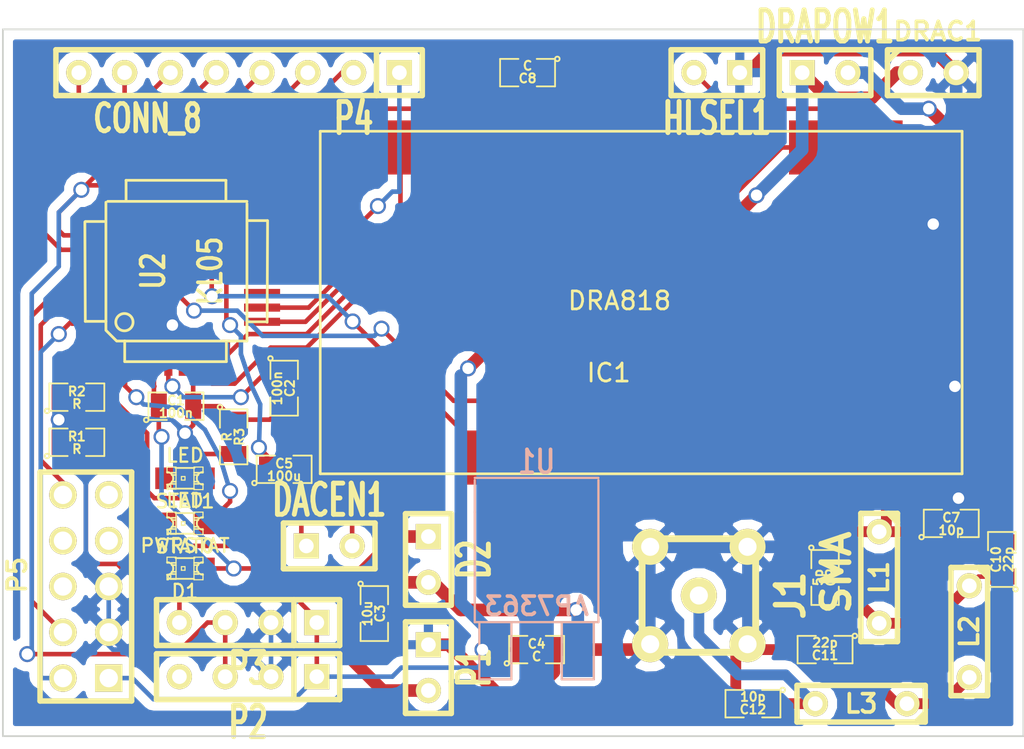
<source format=kicad_pcb>
(kicad_pcb (version 3) (host pcbnew "(2013-may-18)-stable")

  (general
    (links 81)
    (no_connects 0)
    (area 336.349999 206.26773 393.050001 247.23481)
    (thickness 1.6)
    (drawings 5)
    (tracks 343)
    (zones 0)
    (modules 34)
    (nets 38)
  )

  (page A3)
  (layers
    (15 F.Cu signal)
    (0 B.Cu signal)
    (16 B.Adhes user)
    (17 F.Adhes user)
    (18 B.Paste user)
    (19 F.Paste user)
    (20 B.SilkS user)
    (21 F.SilkS user)
    (22 B.Mask user)
    (23 F.Mask user)
    (24 Dwgs.User user)
    (25 Cmts.User user)
    (26 Eco1.User user)
    (27 Eco2.User user)
    (28 Edge.Cuts user)
  )

  (setup
    (last_trace_width 0.254)
    (trace_clearance 0.175)
    (zone_clearance 0.508)
    (zone_45_only no)
    (trace_min 0.254)
    (segment_width 0.2)
    (edge_width 0.1)
    (via_size 0.889)
    (via_drill 0.635)
    (via_min_size 0.889)
    (via_min_drill 0.508)
    (uvia_size 0.508)
    (uvia_drill 0.127)
    (uvias_allowed no)
    (uvia_min_size 0.508)
    (uvia_min_drill 0.127)
    (pcb_text_width 0.3)
    (pcb_text_size 1.5 1.5)
    (mod_edge_width 0.15)
    (mod_text_size 1 1)
    (mod_text_width 0.15)
    (pad_size 6.4 6.4)
    (pad_drill 0)
    (pad_to_mask_clearance 0)
    (aux_axis_origin 0 0)
    (visible_elements 7FFFFBFF)
    (pcbplotparams
      (layerselection 284196865)
      (usegerberextensions true)
      (excludeedgelayer true)
      (linewidth 0.150000)
      (plotframeref false)
      (viasonmask false)
      (mode 1)
      (useauxorigin false)
      (hpglpennumber 1)
      (hpglpenspeed 20)
      (hpglpendiameter 15)
      (hpglpenoverlay 2)
      (psnegative false)
      (psa4output false)
      (plotreference true)
      (plotvalue true)
      (plotothertext true)
      (plotinvisibletext false)
      (padsonsilk false)
      (subtractmaskfromsilk false)
      (outputformat 1)
      (mirror false)
      (drillshape 0)
      (scaleselection 1)
      (outputdirectory ""))
  )

  (net 0 "")
  (net 1 +3.3V)
  (net 2 /ADC0_6)
  (net 3 /DAC)
  (net 4 /DRA2MC)
  (net 5 /GPS2MC)
  (net 6 /MC2DRA)
  (net 7 /MCU2PD)
  (net 8 /MCU2PTT)
  (net 9 /PTA10)
  (net 10 /PTA11)
  (net 11 /PTA12)
  (net 12 /PTA13)
  (net 13 /PTA6)
  (net 14 /PTA7)
  (net 15 /PTA8)
  (net 16 /PTA9)
  (net 17 /SQ2MC)
  (net 18 /SWD_CLK)
  (net 19 /SWD_DIO)
  (net 20 /SWD_RST)
  (net 21 GND)
  (net 22 N-000001)
  (net 23 N-0000010)
  (net 24 N-0000011)
  (net 25 N-000002)
  (net 26 N-000003)
  (net 27 N-0000033)
  (net 28 N-0000034)
  (net 29 N-0000035)
  (net 30 N-000004)
  (net 31 N-0000043)
  (net 32 N-0000046)
  (net 33 N-000005)
  (net 34 N-000006)
  (net 35 N-000007)
  (net 36 N-000008)
  (net 37 N-000009)

  (net_class Default "This is the default net class."
    (clearance 0.175)
    (trace_width 0.254)
    (via_dia 0.889)
    (via_drill 0.635)
    (uvia_dia 0.508)
    (uvia_drill 0.127)
    (add_net "")
    (add_net /ADC0_6)
    (add_net /DAC)
    (add_net /DRA2MC)
    (add_net /GPS2MC)
    (add_net /MC2DRA)
    (add_net /MCU2PD)
    (add_net /MCU2PTT)
    (add_net /PTA10)
    (add_net /PTA11)
    (add_net /PTA12)
    (add_net /PTA13)
    (add_net /PTA6)
    (add_net /PTA7)
    (add_net /PTA8)
    (add_net /PTA9)
    (add_net /SQ2MC)
    (add_net /SWD_CLK)
    (add_net /SWD_DIO)
    (add_net /SWD_RST)
    (add_net N-0000011)
    (add_net N-0000033)
    (add_net N-0000034)
    (add_net N-0000035)
    (add_net N-0000043)
    (add_net N-0000046)
    (add_net N-000005)
    (add_net N-000006)
    (add_net N-000008)
    (add_net N-000009)
  )

  (net_class RF ""
    (clearance 0.2)
    (trace_width 0.6)
    (via_dia 0.889)
    (via_drill 0.635)
    (uvia_dia 0.508)
    (uvia_drill 0.127)
    (add_net N-0000010)
    (add_net N-000002)
    (add_net N-000003)
    (add_net N-000004)
  )

  (net_class power ""
    (clearance 0.175)
    (trace_width 0.7)
    (via_dia 0.889)
    (via_drill 0.635)
    (uvia_dia 0.508)
    (uvia_drill 0.127)
    (add_net +3.3V)
    (add_net GND)
    (add_net N-000001)
    (add_net N-000007)
  )

  (module SMA (layer F.Cu) (tedit 4A94E7B7) (tstamp 54CE5079)
    (at 375 239 90)
    (tags "SMA Connector")
    (path /54CE3815)
    (fp_text reference J1 (at 0 5.08 90) (layer F.SilkS)
      (effects (font (size 1.524 1.524) (thickness 0.3048)))
    )
    (fp_text value SMA (at 1.27 7.62 90) (layer F.SilkS)
      (effects (font (size 1.524 1.524) (thickness 0.3048)))
    )
    (fp_line (start -3.1496 -3.1496) (end 3.1496 -3.1496) (layer F.SilkS) (width 0.381))
    (fp_line (start 3.1496 -3.1496) (end 3.1496 3.1496) (layer F.SilkS) (width 0.381))
    (fp_line (start 3.1496 3.1496) (end -3.1496 3.1496) (layer F.SilkS) (width 0.381))
    (fp_line (start -3.1496 3.1496) (end -3.1496 -3.1496) (layer F.SilkS) (width 0.381))
    (pad 1 thru_hole circle (at 0 0 90) (size 1.99898 1.99898) (drill 1.00076)
      (layers *.Cu *.Mask F.SilkS)
      (net 23 N-0000010)
    )
    (pad 3 thru_hole circle (at 2.70002 -2.70002 90) (size 1.99898 1.99898) (drill 1.00076)
      (layers *.Cu *.Mask F.SilkS)
      (net 21 GND)
    )
    (pad 2 thru_hole circle (at -2.70002 -2.70002 90) (size 1.99898 1.99898) (drill 1.00076)
      (layers *.Cu *.Mask F.SilkS)
      (net 21 GND)
    )
    (pad 5 thru_hole circle (at -2.70002 2.70002 90) (size 1.99898 1.99898) (drill 1.00076)
      (layers *.Cu *.Mask F.SilkS)
      (net 21 GND)
    )
    (pad 4 thru_hole circle (at 2.70002 2.70002 90) (size 1.99898 1.99898) (drill 1.00076)
      (layers *.Cu *.Mask F.SilkS)
      (net 21 GND)
    )
    (model connectors/sma.wrl
      (at (xyz 0 0 0))
      (scale (xyz 0.39 0.39 0.39))
      (rotate (xyz -90 0 -90))
    )
  )

  (module TQFP32 (layer F.Cu) (tedit 43A670DA) (tstamp 54CE5057)
    (at 346 221 90)
    (path /54CC5BCA)
    (fp_text reference U2 (at 0 -1.27 90) (layer F.SilkS)
      (effects (font (size 1.27 1.016) (thickness 0.2032)))
    )
    (fp_text value KL05 (at 0 1.905 90) (layer F.SilkS)
      (effects (font (size 1.27 1.016) (thickness 0.2032)))
    )
    (fp_line (start 5.0292 2.7686) (end 3.8862 2.7686) (layer F.SilkS) (width 0.1524))
    (fp_line (start 5.0292 -2.7686) (end 3.9116 -2.7686) (layer F.SilkS) (width 0.1524))
    (fp_line (start 5.0292 2.7686) (end 5.0292 -2.7686) (layer F.SilkS) (width 0.1524))
    (fp_line (start 2.794 3.9624) (end 2.794 5.0546) (layer F.SilkS) (width 0.1524))
    (fp_line (start -2.8194 3.9878) (end -2.8194 5.0546) (layer F.SilkS) (width 0.1524))
    (fp_line (start -2.8448 5.0546) (end 2.794 5.08) (layer F.SilkS) (width 0.1524))
    (fp_line (start -2.794 -5.0292) (end 2.7178 -5.0546) (layer F.SilkS) (width 0.1524))
    (fp_line (start -3.8862 -3.2766) (end -3.8862 3.9116) (layer F.SilkS) (width 0.1524))
    (fp_line (start 2.7432 -5.0292) (end 2.7432 -3.9878) (layer F.SilkS) (width 0.1524))
    (fp_line (start -3.2512 -3.8862) (end 3.81 -3.8862) (layer F.SilkS) (width 0.1524))
    (fp_line (start 3.8608 3.937) (end 3.8608 -3.7846) (layer F.SilkS) (width 0.1524))
    (fp_line (start -3.8862 3.937) (end 3.7338 3.937) (layer F.SilkS) (width 0.1524))
    (fp_line (start -5.0292 -2.8448) (end -5.0292 2.794) (layer F.SilkS) (width 0.1524))
    (fp_line (start -5.0292 2.794) (end -3.8862 2.794) (layer F.SilkS) (width 0.1524))
    (fp_line (start -3.87604 -3.302) (end -3.29184 -3.8862) (layer F.SilkS) (width 0.1524))
    (fp_line (start -5.02412 -2.8448) (end -3.87604 -2.8448) (layer F.SilkS) (width 0.1524))
    (fp_line (start -2.794 -3.8862) (end -2.794 -5.03428) (layer F.SilkS) (width 0.1524))
    (fp_circle (center -2.83972 -2.86004) (end -2.43332 -2.60604) (layer F.SilkS) (width 0.1524))
    (pad 8 smd rect (at -4.81584 2.77622 90) (size 1.99898 0.44958)
      (layers F.Cu F.Paste F.Mask)
      (net 8 /MCU2PTT)
    )
    (pad 7 smd rect (at -4.81584 1.97612 90) (size 1.99898 0.44958)
      (layers F.Cu F.Paste F.Mask)
      (net 7 /MCU2PD)
    )
    (pad 6 smd rect (at -4.81584 1.17602 90) (size 1.99898 0.44958)
      (layers F.Cu F.Paste F.Mask)
      (net 21 GND)
    )
    (pad 5 smd rect (at -4.81584 0.37592 90) (size 1.99898 0.44958)
      (layers F.Cu F.Paste F.Mask)
      (net 21 GND)
    )
    (pad 4 smd rect (at -4.81584 -0.42418 90) (size 1.99898 0.44958)
      (layers F.Cu F.Paste F.Mask)
      (net 1 +3.3V)
    )
    (pad 3 smd rect (at -4.81584 -1.22428 90) (size 1.99898 0.44958)
      (layers F.Cu F.Paste F.Mask)
      (net 1 +3.3V)
    )
    (pad 2 smd rect (at -4.81584 -2.02438 90) (size 1.99898 0.44958)
      (layers F.Cu F.Paste F.Mask)
    )
    (pad 1 smd rect (at -4.81584 -2.82448 90) (size 1.99898 0.44958)
      (layers F.Cu F.Paste F.Mask)
      (net 29 N-0000035)
    )
    (pad 24 smd rect (at 4.7498 -2.8194 90) (size 1.99898 0.44958)
      (layers F.Cu F.Paste F.Mask)
      (net 5 /GPS2MC)
    )
    (pad 17 smd rect (at 4.7498 2.794 90) (size 1.99898 0.44958)
      (layers F.Cu F.Paste F.Mask)
      (net 3 /DAC)
    )
    (pad 18 smd rect (at 4.7498 1.9812 90) (size 1.99898 0.44958)
      (layers F.Cu F.Paste F.Mask)
      (net 4 /DRA2MC)
    )
    (pad 19 smd rect (at 4.7498 1.1684 90) (size 1.99898 0.44958)
      (layers F.Cu F.Paste F.Mask)
      (net 15 /PTA8)
    )
    (pad 20 smd rect (at 4.7498 0.381 90) (size 1.99898 0.44958)
      (layers F.Cu F.Paste F.Mask)
      (net 16 /PTA9)
    )
    (pad 21 smd rect (at 4.7498 -0.4318 90) (size 1.99898 0.44958)
      (layers F.Cu F.Paste F.Mask)
      (net 9 /PTA10)
    )
    (pad 22 smd rect (at 4.7498 -1.2192 90) (size 1.99898 0.44958)
      (layers F.Cu F.Paste F.Mask)
      (net 10 /PTA11)
    )
    (pad 23 smd rect (at 4.7498 -2.032 90) (size 1.99898 0.44958)
      (layers F.Cu F.Paste F.Mask)
      (net 6 /MC2DRA)
    )
    (pad 32 smd rect (at -2.82448 -4.826 90) (size 0.44958 1.99898)
      (layers F.Cu F.Paste F.Mask)
      (net 19 /SWD_DIO)
    )
    (pad 31 smd rect (at -2.02692 -4.826 90) (size 0.44958 1.99898)
      (layers F.Cu F.Paste F.Mask)
      (net 20 /SWD_RST)
    )
    (pad 30 smd rect (at -1.22428 -4.826 90) (size 0.44958 1.99898)
      (layers F.Cu F.Paste F.Mask)
      (net 18 /SWD_CLK)
    )
    (pad 29 smd rect (at -0.42672 -4.826 90) (size 0.44958 1.99898)
      (layers F.Cu F.Paste F.Mask)
    )
    (pad 28 smd rect (at 0.37592 -4.826 90) (size 0.44958 1.99898)
      (layers F.Cu F.Paste F.Mask)
    )
    (pad 27 smd rect (at 1.17348 -4.826 90) (size 0.44958 1.99898)
      (layers F.Cu F.Paste F.Mask)
      (net 12 /PTA13)
    )
    (pad 26 smd rect (at 1.97612 -4.826 90) (size 0.44958 1.99898)
      (layers F.Cu F.Paste F.Mask)
      (net 11 /PTA12)
    )
    (pad 25 smd rect (at 2.77368 -4.826 90) (size 0.44958 1.99898)
      (layers F.Cu F.Paste F.Mask)
      (net 34 N-000006)
    )
    (pad 9 smd rect (at -2.8194 4.7752 90) (size 0.44958 1.99898)
      (layers F.Cu F.Paste F.Mask)
      (net 17 /SQ2MC)
    )
    (pad 10 smd rect (at -2.032 4.7752 90) (size 0.44958 1.99898)
      (layers F.Cu F.Paste F.Mask)
      (net 13 /PTA6)
    )
    (pad 11 smd rect (at -1.2192 4.7752 90) (size 0.44958 1.99898)
      (layers F.Cu F.Paste F.Mask)
    )
    (pad 12 smd rect (at -0.4318 4.7752 90) (size 0.44958 1.99898)
      (layers F.Cu F.Paste F.Mask)
    )
    (pad 13 smd rect (at 0.3556 4.7752 90) (size 0.44958 1.99898)
      (layers F.Cu F.Paste F.Mask)
    )
    (pad 14 smd rect (at 1.1684 4.7752 90) (size 0.44958 1.99898)
      (layers F.Cu F.Paste F.Mask)
    )
    (pad 15 smd rect (at 1.9812 4.7752 90) (size 0.44958 1.99898)
      (layers F.Cu F.Paste F.Mask)
      (net 14 /PTA7)
    )
    (pad 16 smd rect (at 2.794 4.7752 90) (size 0.44958 1.99898)
      (layers F.Cu F.Paste F.Mask)
      (net 2 /ADC0_6)
    )
    (model smd/tqfp32.wrl
      (at (xyz 0 0 0))
      (scale (xyz 1 1 1))
      (rotate (xyz 0 0 0))
    )
  )

  (module SM0805 (layer F.Cu) (tedit 5091495C) (tstamp 54CE5086)
    (at 382 238 270)
    (path /54CE3FD9)
    (attr smd)
    (fp_text reference C9 (at 0 -0.3175 270) (layer F.SilkS)
      (effects (font (size 0.50038 0.50038) (thickness 0.10922)))
    )
    (fp_text value 5p (at 0 0.381 270) (layer F.SilkS)
      (effects (font (size 0.50038 0.50038) (thickness 0.10922)))
    )
    (fp_circle (center -1.651 0.762) (end -1.651 0.635) (layer F.SilkS) (width 0.09906))
    (fp_line (start -0.508 0.762) (end -1.524 0.762) (layer F.SilkS) (width 0.09906))
    (fp_line (start -1.524 0.762) (end -1.524 -0.762) (layer F.SilkS) (width 0.09906))
    (fp_line (start -1.524 -0.762) (end -0.508 -0.762) (layer F.SilkS) (width 0.09906))
    (fp_line (start 0.508 -0.762) (end 1.524 -0.762) (layer F.SilkS) (width 0.09906))
    (fp_line (start 1.524 -0.762) (end 1.524 0.762) (layer F.SilkS) (width 0.09906))
    (fp_line (start 1.524 0.762) (end 0.508 0.762) (layer F.SilkS) (width 0.09906))
    (pad 1 smd rect (at -0.9525 0 270) (size 0.889 1.397)
      (layers F.Cu F.Paste F.Mask)
      (net 26 N-000003)
    )
    (pad 2 smd rect (at 0.9525 0 270) (size 0.889 1.397)
      (layers F.Cu F.Paste F.Mask)
      (net 25 N-000002)
    )
    (model smd/chip_cms.wrl
      (at (xyz 0 0 0))
      (scale (xyz 0.1 0.1 0.1))
      (rotate (xyz 0 0 0))
    )
  )

  (module SM0805 (layer F.Cu) (tedit 5091495C) (tstamp 54CE5093)
    (at 340.5 230.5)
    (path /54CE50E7)
    (attr smd)
    (fp_text reference R1 (at 0 -0.3175) (layer F.SilkS)
      (effects (font (size 0.50038 0.50038) (thickness 0.10922)))
    )
    (fp_text value R (at 0 0.381) (layer F.SilkS)
      (effects (font (size 0.50038 0.50038) (thickness 0.10922)))
    )
    (fp_circle (center -1.651 0.762) (end -1.651 0.635) (layer F.SilkS) (width 0.09906))
    (fp_line (start -0.508 0.762) (end -1.524 0.762) (layer F.SilkS) (width 0.09906))
    (fp_line (start -1.524 0.762) (end -1.524 -0.762) (layer F.SilkS) (width 0.09906))
    (fp_line (start -1.524 -0.762) (end -0.508 -0.762) (layer F.SilkS) (width 0.09906))
    (fp_line (start 0.508 -0.762) (end 1.524 -0.762) (layer F.SilkS) (width 0.09906))
    (fp_line (start 1.524 -0.762) (end 1.524 0.762) (layer F.SilkS) (width 0.09906))
    (fp_line (start 1.524 0.762) (end 0.508 0.762) (layer F.SilkS) (width 0.09906))
    (pad 1 smd rect (at -0.9525 0) (size 0.889 1.397)
      (layers F.Cu F.Paste F.Mask)
      (net 21 GND)
    )
    (pad 2 smd rect (at 0.9525 0) (size 0.889 1.397)
      (layers F.Cu F.Paste F.Mask)
      (net 27 N-0000033)
    )
    (model smd/chip_cms.wrl
      (at (xyz 0 0 0))
      (scale (xyz 0.1 0.1 0.1))
      (rotate (xyz 0 0 0))
    )
  )

  (module SM0805 (layer F.Cu) (tedit 5091495C) (tstamp 54CE50A0)
    (at 340.5 228)
    (path /54CE50D2)
    (attr smd)
    (fp_text reference R2 (at 0 -0.3175) (layer F.SilkS)
      (effects (font (size 0.50038 0.50038) (thickness 0.10922)))
    )
    (fp_text value R (at 0 0.381) (layer F.SilkS)
      (effects (font (size 0.50038 0.50038) (thickness 0.10922)))
    )
    (fp_circle (center -1.651 0.762) (end -1.651 0.635) (layer F.SilkS) (width 0.09906))
    (fp_line (start -0.508 0.762) (end -1.524 0.762) (layer F.SilkS) (width 0.09906))
    (fp_line (start -1.524 0.762) (end -1.524 -0.762) (layer F.SilkS) (width 0.09906))
    (fp_line (start -1.524 -0.762) (end -0.508 -0.762) (layer F.SilkS) (width 0.09906))
    (fp_line (start 0.508 -0.762) (end 1.524 -0.762) (layer F.SilkS) (width 0.09906))
    (fp_line (start 1.524 -0.762) (end 1.524 0.762) (layer F.SilkS) (width 0.09906))
    (fp_line (start 1.524 0.762) (end 0.508 0.762) (layer F.SilkS) (width 0.09906))
    (pad 1 smd rect (at -0.9525 0) (size 0.889 1.397)
      (layers F.Cu F.Paste F.Mask)
      (net 21 GND)
    )
    (pad 2 smd rect (at 0.9525 0) (size 0.889 1.397)
      (layers F.Cu F.Paste F.Mask)
      (net 28 N-0000034)
    )
    (model smd/chip_cms.wrl
      (at (xyz 0 0 0))
      (scale (xyz 0.1 0.1 0.1))
      (rotate (xyz 0 0 0))
    )
  )

  (module SM0805 (layer F.Cu) (tedit 5091495C) (tstamp 54CE50AD)
    (at 349.2 230.2 270)
    (path /54CE4F0B)
    (attr smd)
    (fp_text reference R3 (at 0 -0.3175 270) (layer F.SilkS)
      (effects (font (size 0.50038 0.50038) (thickness 0.10922)))
    )
    (fp_text value R (at 0 0.381 270) (layer F.SilkS)
      (effects (font (size 0.50038 0.50038) (thickness 0.10922)))
    )
    (fp_circle (center -1.651 0.762) (end -1.651 0.635) (layer F.SilkS) (width 0.09906))
    (fp_line (start -0.508 0.762) (end -1.524 0.762) (layer F.SilkS) (width 0.09906))
    (fp_line (start -1.524 0.762) (end -1.524 -0.762) (layer F.SilkS) (width 0.09906))
    (fp_line (start -1.524 -0.762) (end -0.508 -0.762) (layer F.SilkS) (width 0.09906))
    (fp_line (start 0.508 -0.762) (end 1.524 -0.762) (layer F.SilkS) (width 0.09906))
    (fp_line (start 1.524 -0.762) (end 1.524 0.762) (layer F.SilkS) (width 0.09906))
    (fp_line (start 1.524 0.762) (end 0.508 0.762) (layer F.SilkS) (width 0.09906))
    (pad 1 smd rect (at -0.9525 0 270) (size 0.889 1.397)
      (layers F.Cu F.Paste F.Mask)
      (net 21 GND)
    )
    (pad 2 smd rect (at 0.9525 0 270) (size 0.889 1.397)
      (layers F.Cu F.Paste F.Mask)
      (net 33 N-000005)
    )
    (model smd/chip_cms.wrl
      (at (xyz 0 0 0))
      (scale (xyz 0.1 0.1 0.1))
      (rotate (xyz 0 0 0))
    )
  )

  (module SM0805 (layer F.Cu) (tedit 5091495C) (tstamp 54CE50BA)
    (at 366 242)
    (path /54CE4449)
    (attr smd)
    (fp_text reference C4 (at 0 -0.3175) (layer F.SilkS)
      (effects (font (size 0.50038 0.50038) (thickness 0.10922)))
    )
    (fp_text value C (at 0 0.381) (layer F.SilkS)
      (effects (font (size 0.50038 0.50038) (thickness 0.10922)))
    )
    (fp_circle (center -1.651 0.762) (end -1.651 0.635) (layer F.SilkS) (width 0.09906))
    (fp_line (start -0.508 0.762) (end -1.524 0.762) (layer F.SilkS) (width 0.09906))
    (fp_line (start -1.524 0.762) (end -1.524 -0.762) (layer F.SilkS) (width 0.09906))
    (fp_line (start -1.524 -0.762) (end -0.508 -0.762) (layer F.SilkS) (width 0.09906))
    (fp_line (start 0.508 -0.762) (end 1.524 -0.762) (layer F.SilkS) (width 0.09906))
    (fp_line (start 1.524 -0.762) (end 1.524 0.762) (layer F.SilkS) (width 0.09906))
    (fp_line (start 1.524 0.762) (end 0.508 0.762) (layer F.SilkS) (width 0.09906))
    (pad 1 smd rect (at -0.9525 0) (size 0.889 1.397)
      (layers F.Cu F.Paste F.Mask)
      (net 1 +3.3V)
    )
    (pad 2 smd rect (at 0.9525 0) (size 0.889 1.397)
      (layers F.Cu F.Paste F.Mask)
      (net 21 GND)
    )
    (model smd/chip_cms.wrl
      (at (xyz 0 0 0))
      (scale (xyz 0.1 0.1 0.1))
      (rotate (xyz 0 0 0))
    )
  )

  (module SM0805 (layer F.Cu) (tedit 5091495C) (tstamp 54CE50C7)
    (at 357 240 270)
    (path /54CE42E1)
    (attr smd)
    (fp_text reference C3 (at 0 -0.3175 270) (layer F.SilkS)
      (effects (font (size 0.50038 0.50038) (thickness 0.10922)))
    )
    (fp_text value 10u (at 0 0.381 270) (layer F.SilkS)
      (effects (font (size 0.50038 0.50038) (thickness 0.10922)))
    )
    (fp_circle (center -1.651 0.762) (end -1.651 0.635) (layer F.SilkS) (width 0.09906))
    (fp_line (start -0.508 0.762) (end -1.524 0.762) (layer F.SilkS) (width 0.09906))
    (fp_line (start -1.524 0.762) (end -1.524 -0.762) (layer F.SilkS) (width 0.09906))
    (fp_line (start -1.524 -0.762) (end -0.508 -0.762) (layer F.SilkS) (width 0.09906))
    (fp_line (start 0.508 -0.762) (end 1.524 -0.762) (layer F.SilkS) (width 0.09906))
    (fp_line (start 1.524 -0.762) (end 1.524 0.762) (layer F.SilkS) (width 0.09906))
    (fp_line (start 1.524 0.762) (end 0.508 0.762) (layer F.SilkS) (width 0.09906))
    (pad 1 smd rect (at -0.9525 0 270) (size 0.889 1.397)
      (layers F.Cu F.Paste F.Mask)
      (net 22 N-000001)
    )
    (pad 2 smd rect (at 0.9525 0 270) (size 0.889 1.397)
      (layers F.Cu F.Paste F.Mask)
      (net 21 GND)
    )
    (model smd/chip_cms.wrl
      (at (xyz 0 0 0))
      (scale (xyz 0.1 0.1 0.1))
      (rotate (xyz 0 0 0))
    )
  )

  (module SM0805 (layer F.Cu) (tedit 5091495C) (tstamp 54CE5D84)
    (at 378 245 180)
    (path /54CE3C06)
    (attr smd)
    (fp_text reference C12 (at 0 -0.3175 180) (layer F.SilkS)
      (effects (font (size 0.50038 0.50038) (thickness 0.10922)))
    )
    (fp_text value 10p (at 0 0.381 180) (layer F.SilkS)
      (effects (font (size 0.50038 0.50038) (thickness 0.10922)))
    )
    (fp_circle (center -1.651 0.762) (end -1.651 0.635) (layer F.SilkS) (width 0.09906))
    (fp_line (start -0.508 0.762) (end -1.524 0.762) (layer F.SilkS) (width 0.09906))
    (fp_line (start -1.524 0.762) (end -1.524 -0.762) (layer F.SilkS) (width 0.09906))
    (fp_line (start -1.524 -0.762) (end -0.508 -0.762) (layer F.SilkS) (width 0.09906))
    (fp_line (start 0.508 -0.762) (end 1.524 -0.762) (layer F.SilkS) (width 0.09906))
    (fp_line (start 1.524 -0.762) (end 1.524 0.762) (layer F.SilkS) (width 0.09906))
    (fp_line (start 1.524 0.762) (end 0.508 0.762) (layer F.SilkS) (width 0.09906))
    (pad 1 smd rect (at -0.9525 0 180) (size 0.889 1.397)
      (layers F.Cu F.Paste F.Mask)
      (net 23 N-0000010)
    )
    (pad 2 smd rect (at 0.9525 0 180) (size 0.889 1.397)
      (layers F.Cu F.Paste F.Mask)
      (net 21 GND)
    )
    (model smd/chip_cms.wrl
      (at (xyz 0 0 0))
      (scale (xyz 0.1 0.1 0.1))
      (rotate (xyz 0 0 0))
    )
  )

  (module SM0805 (layer F.Cu) (tedit 5091495C) (tstamp 54CE50E1)
    (at 382 242 180)
    (path /54CE3BF7)
    (attr smd)
    (fp_text reference C11 (at 0 -0.3175 180) (layer F.SilkS)
      (effects (font (size 0.50038 0.50038) (thickness 0.10922)))
    )
    (fp_text value 22p (at 0 0.381 180) (layer F.SilkS)
      (effects (font (size 0.50038 0.50038) (thickness 0.10922)))
    )
    (fp_circle (center -1.651 0.762) (end -1.651 0.635) (layer F.SilkS) (width 0.09906))
    (fp_line (start -0.508 0.762) (end -1.524 0.762) (layer F.SilkS) (width 0.09906))
    (fp_line (start -1.524 0.762) (end -1.524 -0.762) (layer F.SilkS) (width 0.09906))
    (fp_line (start -1.524 -0.762) (end -0.508 -0.762) (layer F.SilkS) (width 0.09906))
    (fp_line (start 0.508 -0.762) (end 1.524 -0.762) (layer F.SilkS) (width 0.09906))
    (fp_line (start 1.524 -0.762) (end 1.524 0.762) (layer F.SilkS) (width 0.09906))
    (fp_line (start 1.524 0.762) (end 0.508 0.762) (layer F.SilkS) (width 0.09906))
    (pad 1 smd rect (at -0.9525 0 180) (size 0.889 1.397)
      (layers F.Cu F.Paste F.Mask)
      (net 30 N-000004)
    )
    (pad 2 smd rect (at 0.9525 0 180) (size 0.889 1.397)
      (layers F.Cu F.Paste F.Mask)
      (net 21 GND)
    )
    (model smd/chip_cms.wrl
      (at (xyz 0 0 0))
      (scale (xyz 0.1 0.1 0.1))
      (rotate (xyz 0 0 0))
    )
  )

  (module SM0805 (layer F.Cu) (tedit 5091495C) (tstamp 54CE50EE)
    (at 391.8 237 90)
    (path /54CE3BE8)
    (attr smd)
    (fp_text reference C10 (at 0 -0.3175 90) (layer F.SilkS)
      (effects (font (size 0.50038 0.50038) (thickness 0.10922)))
    )
    (fp_text value 22p (at 0 0.381 90) (layer F.SilkS)
      (effects (font (size 0.50038 0.50038) (thickness 0.10922)))
    )
    (fp_circle (center -1.651 0.762) (end -1.651 0.635) (layer F.SilkS) (width 0.09906))
    (fp_line (start -0.508 0.762) (end -1.524 0.762) (layer F.SilkS) (width 0.09906))
    (fp_line (start -1.524 0.762) (end -1.524 -0.762) (layer F.SilkS) (width 0.09906))
    (fp_line (start -1.524 -0.762) (end -0.508 -0.762) (layer F.SilkS) (width 0.09906))
    (fp_line (start 0.508 -0.762) (end 1.524 -0.762) (layer F.SilkS) (width 0.09906))
    (fp_line (start 1.524 -0.762) (end 1.524 0.762) (layer F.SilkS) (width 0.09906))
    (fp_line (start 1.524 0.762) (end 0.508 0.762) (layer F.SilkS) (width 0.09906))
    (pad 1 smd rect (at -0.9525 0 90) (size 0.889 1.397)
      (layers F.Cu F.Paste F.Mask)
      (net 25 N-000002)
    )
    (pad 2 smd rect (at 0.9525 0 90) (size 0.889 1.397)
      (layers F.Cu F.Paste F.Mask)
      (net 21 GND)
    )
    (model smd/chip_cms.wrl
      (at (xyz 0 0 0))
      (scale (xyz 0.1 0.1 0.1))
      (rotate (xyz 0 0 0))
    )
  )

  (module SM0805 (layer F.Cu) (tedit 5091495C) (tstamp 54CE50FB)
    (at 389 235)
    (path /54CE3BD9)
    (attr smd)
    (fp_text reference C7 (at 0 -0.3175) (layer F.SilkS)
      (effects (font (size 0.50038 0.50038) (thickness 0.10922)))
    )
    (fp_text value 10p (at 0 0.381) (layer F.SilkS)
      (effects (font (size 0.50038 0.50038) (thickness 0.10922)))
    )
    (fp_circle (center -1.651 0.762) (end -1.651 0.635) (layer F.SilkS) (width 0.09906))
    (fp_line (start -0.508 0.762) (end -1.524 0.762) (layer F.SilkS) (width 0.09906))
    (fp_line (start -1.524 0.762) (end -1.524 -0.762) (layer F.SilkS) (width 0.09906))
    (fp_line (start -1.524 -0.762) (end -0.508 -0.762) (layer F.SilkS) (width 0.09906))
    (fp_line (start 0.508 -0.762) (end 1.524 -0.762) (layer F.SilkS) (width 0.09906))
    (fp_line (start 1.524 -0.762) (end 1.524 0.762) (layer F.SilkS) (width 0.09906))
    (fp_line (start 1.524 0.762) (end 0.508 0.762) (layer F.SilkS) (width 0.09906))
    (pad 1 smd rect (at -0.9525 0) (size 0.889 1.397)
      (layers F.Cu F.Paste F.Mask)
      (net 26 N-000003)
    )
    (pad 2 smd rect (at 0.9525 0) (size 0.889 1.397)
      (layers F.Cu F.Paste F.Mask)
      (net 21 GND)
    )
    (model smd/chip_cms.wrl
      (at (xyz 0 0 0))
      (scale (xyz 0.1 0.1 0.1))
      (rotate (xyz 0 0 0))
    )
  )

  (module SM0805 (layer F.Cu) (tedit 5091495C) (tstamp 54CE5108)
    (at 346 228.5)
    (path /54CD82F9)
    (attr smd)
    (fp_text reference C1 (at 0 -0.3175) (layer F.SilkS)
      (effects (font (size 0.50038 0.50038) (thickness 0.10922)))
    )
    (fp_text value 100n (at 0 0.381) (layer F.SilkS)
      (effects (font (size 0.50038 0.50038) (thickness 0.10922)))
    )
    (fp_circle (center -1.651 0.762) (end -1.651 0.635) (layer F.SilkS) (width 0.09906))
    (fp_line (start -0.508 0.762) (end -1.524 0.762) (layer F.SilkS) (width 0.09906))
    (fp_line (start -1.524 0.762) (end -1.524 -0.762) (layer F.SilkS) (width 0.09906))
    (fp_line (start -1.524 -0.762) (end -0.508 -0.762) (layer F.SilkS) (width 0.09906))
    (fp_line (start 0.508 -0.762) (end 1.524 -0.762) (layer F.SilkS) (width 0.09906))
    (fp_line (start 1.524 -0.762) (end 1.524 0.762) (layer F.SilkS) (width 0.09906))
    (fp_line (start 1.524 0.762) (end 0.508 0.762) (layer F.SilkS) (width 0.09906))
    (pad 1 smd rect (at -0.9525 0) (size 0.889 1.397)
      (layers F.Cu F.Paste F.Mask)
      (net 1 +3.3V)
    )
    (pad 2 smd rect (at 0.9525 0) (size 0.889 1.397)
      (layers F.Cu F.Paste F.Mask)
      (net 21 GND)
    )
    (model smd/chip_cms.wrl
      (at (xyz 0 0 0))
      (scale (xyz 0.1 0.1 0.1))
      (rotate (xyz 0 0 0))
    )
  )

  (module SM0805 (layer F.Cu) (tedit 5091495C) (tstamp 54CE5115)
    (at 365.5 210 180)
    (path /54CE348F)
    (attr smd)
    (fp_text reference C8 (at 0 -0.3175 180) (layer F.SilkS)
      (effects (font (size 0.50038 0.50038) (thickness 0.10922)))
    )
    (fp_text value C (at 0 0.381 180) (layer F.SilkS)
      (effects (font (size 0.50038 0.50038) (thickness 0.10922)))
    )
    (fp_circle (center -1.651 0.762) (end -1.651 0.635) (layer F.SilkS) (width 0.09906))
    (fp_line (start -0.508 0.762) (end -1.524 0.762) (layer F.SilkS) (width 0.09906))
    (fp_line (start -1.524 0.762) (end -1.524 -0.762) (layer F.SilkS) (width 0.09906))
    (fp_line (start -1.524 -0.762) (end -0.508 -0.762) (layer F.SilkS) (width 0.09906))
    (fp_line (start 0.508 -0.762) (end 1.524 -0.762) (layer F.SilkS) (width 0.09906))
    (fp_line (start 1.524 -0.762) (end 1.524 0.762) (layer F.SilkS) (width 0.09906))
    (fp_line (start 1.524 0.762) (end 0.508 0.762) (layer F.SilkS) (width 0.09906))
    (pad 1 smd rect (at -0.9525 0 180) (size 0.889 1.397)
      (layers F.Cu F.Paste F.Mask)
      (net 31 N-0000043)
    )
    (pad 2 smd rect (at 0.9525 0 180) (size 0.889 1.397)
      (layers F.Cu F.Paste F.Mask)
      (net 2 /ADC0_6)
    )
    (model smd/chip_cms.wrl
      (at (xyz 0 0 0))
      (scale (xyz 0.1 0.1 0.1))
      (rotate (xyz 0 0 0))
    )
  )

  (module SM0805 (layer F.Cu) (tedit 5091495C) (tstamp 54CE5122)
    (at 352 227.5 270)
    (path /54CD82EA)
    (attr smd)
    (fp_text reference C2 (at 0 -0.3175 270) (layer F.SilkS)
      (effects (font (size 0.50038 0.50038) (thickness 0.10922)))
    )
    (fp_text value 100n (at 0 0.381 270) (layer F.SilkS)
      (effects (font (size 0.50038 0.50038) (thickness 0.10922)))
    )
    (fp_circle (center -1.651 0.762) (end -1.651 0.635) (layer F.SilkS) (width 0.09906))
    (fp_line (start -0.508 0.762) (end -1.524 0.762) (layer F.SilkS) (width 0.09906))
    (fp_line (start -1.524 0.762) (end -1.524 -0.762) (layer F.SilkS) (width 0.09906))
    (fp_line (start -1.524 -0.762) (end -0.508 -0.762) (layer F.SilkS) (width 0.09906))
    (fp_line (start 0.508 -0.762) (end 1.524 -0.762) (layer F.SilkS) (width 0.09906))
    (fp_line (start 1.524 -0.762) (end 1.524 0.762) (layer F.SilkS) (width 0.09906))
    (fp_line (start 1.524 0.762) (end 0.508 0.762) (layer F.SilkS) (width 0.09906))
    (pad 1 smd rect (at -0.9525 0 270) (size 0.889 1.397)
      (layers F.Cu F.Paste F.Mask)
      (net 1 +3.3V)
    )
    (pad 2 smd rect (at 0.9525 0 270) (size 0.889 1.397)
      (layers F.Cu F.Paste F.Mask)
      (net 21 GND)
    )
    (model smd/chip_cms.wrl
      (at (xyz 0 0 0))
      (scale (xyz 0.1 0.1 0.1))
      (rotate (xyz 0 0 0))
    )
  )

  (module SM0805 (layer F.Cu) (tedit 5091495C) (tstamp 54CE512F)
    (at 352 232)
    (path /54CD9232)
    (attr smd)
    (fp_text reference C5 (at 0 -0.3175) (layer F.SilkS)
      (effects (font (size 0.50038 0.50038) (thickness 0.10922)))
    )
    (fp_text value 100u (at 0 0.381) (layer F.SilkS)
      (effects (font (size 0.50038 0.50038) (thickness 0.10922)))
    )
    (fp_circle (center -1.651 0.762) (end -1.651 0.635) (layer F.SilkS) (width 0.09906))
    (fp_line (start -0.508 0.762) (end -1.524 0.762) (layer F.SilkS) (width 0.09906))
    (fp_line (start -1.524 0.762) (end -1.524 -0.762) (layer F.SilkS) (width 0.09906))
    (fp_line (start -1.524 -0.762) (end -0.508 -0.762) (layer F.SilkS) (width 0.09906))
    (fp_line (start 0.508 -0.762) (end 1.524 -0.762) (layer F.SilkS) (width 0.09906))
    (fp_line (start 1.524 -0.762) (end 1.524 0.762) (layer F.SilkS) (width 0.09906))
    (fp_line (start 1.524 0.762) (end 0.508 0.762) (layer F.SilkS) (width 0.09906))
    (pad 1 smd rect (at -0.9525 0) (size 0.889 1.397)
      (layers F.Cu F.Paste F.Mask)
      (net 3 /DAC)
    )
    (pad 2 smd rect (at 0.9525 0) (size 0.889 1.397)
      (layers F.Cu F.Paste F.Mask)
      (net 24 N-0000011)
    )
    (model smd/chip_cms.wrl
      (at (xyz 0 0 0))
      (scale (xyz 0.1 0.1 0.1))
      (rotate (xyz 0 0 0))
    )
  )

  (module SIL-8 (layer F.Cu) (tedit 200000) (tstamp 54CE5140)
    (at 349.5 210 180)
    (descr "Connecteur 8 pins")
    (tags "CONN DEV")
    (path /54CE56BC)
    (fp_text reference P4 (at -6.35 -2.54 180) (layer F.SilkS)
      (effects (font (size 1.72974 1.08712) (thickness 0.3048)))
    )
    (fp_text value CONN_8 (at 5.08 -2.54 180) (layer F.SilkS)
      (effects (font (size 1.524 1.016) (thickness 0.3048)))
    )
    (fp_line (start -10.16 -1.27) (end 10.16 -1.27) (layer F.SilkS) (width 0.3048))
    (fp_line (start 10.16 -1.27) (end 10.16 1.27) (layer F.SilkS) (width 0.3048))
    (fp_line (start 10.16 1.27) (end -10.16 1.27) (layer F.SilkS) (width 0.3048))
    (fp_line (start -10.16 1.27) (end -10.16 -1.27) (layer F.SilkS) (width 0.3048))
    (fp_line (start -7.62 1.27) (end -7.62 -1.27) (layer F.SilkS) (width 0.3048))
    (pad 1 thru_hole rect (at -8.89 0 180) (size 1.397 1.397) (drill 0.8128)
      (layers *.Cu *.Mask F.SilkS)
      (net 13 /PTA6)
    )
    (pad 2 thru_hole circle (at -6.35 0 180) (size 1.397 1.397) (drill 0.8128)
      (layers *.Cu *.Mask F.SilkS)
      (net 14 /PTA7)
    )
    (pad 3 thru_hole circle (at -3.81 0 180) (size 1.397 1.397) (drill 0.8128)
      (layers *.Cu *.Mask F.SilkS)
      (net 15 /PTA8)
    )
    (pad 4 thru_hole circle (at -1.27 0 180) (size 1.397 1.397) (drill 0.8128)
      (layers *.Cu *.Mask F.SilkS)
      (net 16 /PTA9)
    )
    (pad 5 thru_hole circle (at 1.27 0 180) (size 1.397 1.397) (drill 0.8128)
      (layers *.Cu *.Mask F.SilkS)
      (net 9 /PTA10)
    )
    (pad 6 thru_hole circle (at 3.81 0 180) (size 1.397 1.397) (drill 0.8128)
      (layers *.Cu *.Mask F.SilkS)
      (net 10 /PTA11)
    )
    (pad 7 thru_hole circle (at 6.35 0 180) (size 1.397 1.397) (drill 0.8128)
      (layers *.Cu *.Mask F.SilkS)
      (net 11 /PTA12)
    )
    (pad 8 thru_hole circle (at 8.89 0 180) (size 1.397 1.397) (drill 0.8128)
      (layers *.Cu *.Mask F.SilkS)
      (net 12 /PTA13)
    )
  )

  (module SIL-4 (layer F.Cu) (tedit 200000) (tstamp 54CE514F)
    (at 350 240.5 180)
    (descr "Connecteur 4 pibs")
    (tags "CONN DEV")
    (path /54CE4B8E)
    (fp_text reference P3 (at 0 -2.54 180) (layer F.SilkS)
      (effects (font (size 1.73482 1.08712) (thickness 0.3048)))
    )
    (fp_text value PC_CON (at 0 -2.54 180) (layer F.SilkS) hide
      (effects (font (size 1.524 1.016) (thickness 0.3048)))
    )
    (fp_line (start -5.08 -1.27) (end -5.08 -1.27) (layer F.SilkS) (width 0.3048))
    (fp_line (start -5.08 1.27) (end -5.08 -1.27) (layer F.SilkS) (width 0.3048))
    (fp_line (start -5.08 -1.27) (end -5.08 -1.27) (layer F.SilkS) (width 0.3048))
    (fp_line (start -5.08 -1.27) (end 5.08 -1.27) (layer F.SilkS) (width 0.3048))
    (fp_line (start 5.08 -1.27) (end 5.08 1.27) (layer F.SilkS) (width 0.3048))
    (fp_line (start 5.08 1.27) (end -5.08 1.27) (layer F.SilkS) (width 0.3048))
    (fp_line (start -2.54 1.27) (end -2.54 -1.27) (layer F.SilkS) (width 0.3048))
    (pad 1 thru_hole rect (at -3.81 0 180) (size 1.397 1.397) (drill 0.8128)
      (layers *.Cu *.Mask F.SilkS)
      (net 1 +3.3V)
    )
    (pad 2 thru_hole circle (at -1.27 0 180) (size 1.397 1.397) (drill 0.8128)
      (layers *.Cu *.Mask F.SilkS)
      (net 21 GND)
    )
    (pad 3 thru_hole circle (at 1.27 0 180) (size 1.397 1.397) (drill 0.8128)
      (layers *.Cu *.Mask F.SilkS)
      (net 5 /GPS2MC)
    )
    (pad 4 thru_hole circle (at 3.81 0 180) (size 1.397 1.397) (drill 0.8128)
      (layers *.Cu *.Mask F.SilkS)
      (net 3 /DAC)
    )
  )

  (module SIL-4 (layer F.Cu) (tedit 200000) (tstamp 54CE515E)
    (at 350 243.5 180)
    (descr "Connecteur 4 pibs")
    (tags "CONN DEV")
    (path /54CE4A31)
    (fp_text reference P2 (at 0 -2.54 180) (layer F.SilkS)
      (effects (font (size 1.73482 1.08712) (thickness 0.3048)))
    )
    (fp_text value GPS (at 0 -2.54 180) (layer F.SilkS) hide
      (effects (font (size 1.524 1.016) (thickness 0.3048)))
    )
    (fp_line (start -5.08 -1.27) (end -5.08 -1.27) (layer F.SilkS) (width 0.3048))
    (fp_line (start -5.08 1.27) (end -5.08 -1.27) (layer F.SilkS) (width 0.3048))
    (fp_line (start -5.08 -1.27) (end -5.08 -1.27) (layer F.SilkS) (width 0.3048))
    (fp_line (start -5.08 -1.27) (end 5.08 -1.27) (layer F.SilkS) (width 0.3048))
    (fp_line (start 5.08 -1.27) (end 5.08 1.27) (layer F.SilkS) (width 0.3048))
    (fp_line (start 5.08 1.27) (end -5.08 1.27) (layer F.SilkS) (width 0.3048))
    (fp_line (start -2.54 1.27) (end -2.54 -1.27) (layer F.SilkS) (width 0.3048))
    (pad 1 thru_hole rect (at -3.81 0 180) (size 1.397 1.397) (drill 0.8128)
      (layers *.Cu *.Mask F.SilkS)
      (net 1 +3.3V)
    )
    (pad 2 thru_hole circle (at -1.27 0 180) (size 1.397 1.397) (drill 0.8128)
      (layers *.Cu *.Mask F.SilkS)
      (net 21 GND)
    )
    (pad 3 thru_hole circle (at 1.27 0 180) (size 1.397 1.397) (drill 0.8128)
      (layers *.Cu *.Mask F.SilkS)
      (net 5 /GPS2MC)
    )
    (pad 4 thru_hole circle (at 3.81 0 180) (size 1.397 1.397) (drill 0.8128)
      (layers *.Cu *.Mask F.SilkS)
    )
  )

  (module SIL-2 (layer F.Cu) (tedit 200000) (tstamp 54CE5168)
    (at 376 210 180)
    (descr "Connecteurs 2 pins")
    (tags "CONN DEV")
    (path /54CD8FA2)
    (fp_text reference HLSEL1 (at 0 -2.54 180) (layer F.SilkS)
      (effects (font (size 1.72974 1.08712) (thickness 0.3048)))
    )
    (fp_text value JUMPER (at 0 -2.54 180) (layer F.SilkS) hide
      (effects (font (size 1.524 1.016) (thickness 0.3048)))
    )
    (fp_line (start -2.54 1.27) (end -2.54 -1.27) (layer F.SilkS) (width 0.3048))
    (fp_line (start -2.54 -1.27) (end 2.54 -1.27) (layer F.SilkS) (width 0.3048))
    (fp_line (start 2.54 -1.27) (end 2.54 1.27) (layer F.SilkS) (width 0.3048))
    (fp_line (start 2.54 1.27) (end -2.54 1.27) (layer F.SilkS) (width 0.3048))
    (pad 1 thru_hole rect (at -1.27 0 180) (size 1.397 1.397) (drill 0.8128)
      (layers *.Cu *.Mask F.SilkS)
      (net 21 GND)
    )
    (pad 2 thru_hole circle (at 1.27 0 180) (size 1.397 1.397) (drill 0.8128)
      (layers *.Cu *.Mask F.SilkS)
      (net 37 N-000009)
    )
  )

  (module SIL-2 (layer F.Cu) (tedit 200000) (tstamp 54CE5172)
    (at 354.5 236.25)
    (descr "Connecteurs 2 pins")
    (tags "CONN DEV")
    (path /54CD8792)
    (fp_text reference DACEN1 (at 0 -2.54) (layer F.SilkS)
      (effects (font (size 1.72974 1.08712) (thickness 0.3048)))
    )
    (fp_text value JUMPER (at 0 -2.54) (layer F.SilkS) hide
      (effects (font (size 1.524 1.016) (thickness 0.3048)))
    )
    (fp_line (start -2.54 1.27) (end -2.54 -1.27) (layer F.SilkS) (width 0.3048))
    (fp_line (start -2.54 -1.27) (end 2.54 -1.27) (layer F.SilkS) (width 0.3048))
    (fp_line (start 2.54 -1.27) (end 2.54 1.27) (layer F.SilkS) (width 0.3048))
    (fp_line (start 2.54 1.27) (end -2.54 1.27) (layer F.SilkS) (width 0.3048))
    (pad 1 thru_hole rect (at -1.27 0) (size 1.397 1.397) (drill 0.8128)
      (layers *.Cu *.Mask F.SilkS)
      (net 24 N-0000011)
    )
    (pad 2 thru_hole circle (at 1.27 0) (size 1.397 1.397) (drill 0.8128)
      (layers *.Cu *.Mask F.SilkS)
      (net 36 N-000008)
    )
  )

  (module SIL-2 (layer F.Cu) (tedit 200000) (tstamp 54CE517C)
    (at 382 210)
    (descr "Connecteurs 2 pins")
    (tags "CONN DEV")
    (path /54CE4DC9)
    (fp_text reference DRAPOW1 (at 0 -2.54) (layer F.SilkS)
      (effects (font (size 1.72974 1.08712) (thickness 0.3048)))
    )
    (fp_text value JUMPER (at 0 -2.54) (layer F.SilkS) hide
      (effects (font (size 1.524 1.016) (thickness 0.3048)))
    )
    (fp_line (start -2.54 1.27) (end -2.54 -1.27) (layer F.SilkS) (width 0.3048))
    (fp_line (start -2.54 -1.27) (end 2.54 -1.27) (layer F.SilkS) (width 0.3048))
    (fp_line (start 2.54 -1.27) (end 2.54 1.27) (layer F.SilkS) (width 0.3048))
    (fp_line (start 2.54 1.27) (end -2.54 1.27) (layer F.SilkS) (width 0.3048))
    (pad 1 thru_hole rect (at -1.27 0) (size 1.397 1.397) (drill 0.8128)
      (layers *.Cu *.Mask F.SilkS)
      (net 1 +3.3V)
    )
    (pad 2 thru_hole circle (at 1.27 0) (size 1.397 1.397) (drill 0.8128)
      (layers *.Cu *.Mask F.SilkS)
      (net 32 N-0000046)
    )
  )

  (module SIL-2 (layer F.Cu) (tedit 200000) (tstamp 54CE5186)
    (at 360 237 270)
    (descr "Connecteurs 2 pins")
    (tags "CONN DEV")
    (path /54CE4855)
    (fp_text reference D2 (at 0 -2.54 270) (layer F.SilkS)
      (effects (font (size 1.72974 1.08712) (thickness 0.3048)))
    )
    (fp_text value DIODE (at 0 -2.54 270) (layer F.SilkS) hide
      (effects (font (size 1.524 1.016) (thickness 0.3048)))
    )
    (fp_line (start -2.54 1.27) (end -2.54 -1.27) (layer F.SilkS) (width 0.3048))
    (fp_line (start -2.54 -1.27) (end 2.54 -1.27) (layer F.SilkS) (width 0.3048))
    (fp_line (start 2.54 -1.27) (end 2.54 1.27) (layer F.SilkS) (width 0.3048))
    (fp_line (start 2.54 1.27) (end -2.54 1.27) (layer F.SilkS) (width 0.3048))
    (pad 1 thru_hole rect (at -1.27 0 270) (size 1.397 1.397) (drill 0.8128)
      (layers *.Cu *.Mask F.SilkS)
      (net 35 N-000007)
    )
    (pad 2 thru_hole circle (at 1.27 0 270) (size 1.397 1.397) (drill 0.8128)
      (layers *.Cu *.Mask F.SilkS)
      (net 22 N-000001)
    )
  )

  (module SIL-2 (layer F.Cu) (tedit 200000) (tstamp 54CE5190)
    (at 360 243 270)
    (descr "Connecteurs 2 pins")
    (tags "CONN DEV")
    (path /54CE4203)
    (fp_text reference P1 (at 0 -2.54 270) (layer F.SilkS)
      (effects (font (size 1.72974 1.08712) (thickness 0.3048)))
    )
    (fp_text value VIN (at 0 -2.54 270) (layer F.SilkS) hide
      (effects (font (size 1.524 1.016) (thickness 0.3048)))
    )
    (fp_line (start -2.54 1.27) (end -2.54 -1.27) (layer F.SilkS) (width 0.3048))
    (fp_line (start -2.54 -1.27) (end 2.54 -1.27) (layer F.SilkS) (width 0.3048))
    (fp_line (start 2.54 -1.27) (end 2.54 1.27) (layer F.SilkS) (width 0.3048))
    (fp_line (start 2.54 1.27) (end -2.54 1.27) (layer F.SilkS) (width 0.3048))
    (pad 1 thru_hole rect (at -1.27 0 270) (size 1.397 1.397) (drill 0.8128)
      (layers *.Cu *.Mask F.SilkS)
      (net 21 GND)
    )
    (pad 2 thru_hole circle (at 1.27 0 270) (size 1.397 1.397) (drill 0.8128)
      (layers *.Cu *.Mask F.SilkS)
      (net 35 N-000007)
    )
  )

  (module PIN_ARRAY_5x2 (layer F.Cu) (tedit 3FCF2109) (tstamp 54CE51A2)
    (at 341 238.5 90)
    (descr "Double rangee de contacts 2 x 5 pins")
    (tags CONN)
    (path /54CE56F5)
    (fp_text reference P5 (at 0.635 -3.81 90) (layer F.SilkS)
      (effects (font (size 1.016 1.016) (thickness 0.2032)))
    )
    (fp_text value SWD (at 0 -3.81 90) (layer F.SilkS) hide
      (effects (font (size 1.016 1.016) (thickness 0.2032)))
    )
    (fp_line (start -6.35 -2.54) (end 6.35 -2.54) (layer F.SilkS) (width 0.3048))
    (fp_line (start 6.35 -2.54) (end 6.35 2.54) (layer F.SilkS) (width 0.3048))
    (fp_line (start 6.35 2.54) (end -6.35 2.54) (layer F.SilkS) (width 0.3048))
    (fp_line (start -6.35 2.54) (end -6.35 -2.54) (layer F.SilkS) (width 0.3048))
    (pad 1 thru_hole rect (at -5.08 1.27 90) (size 1.524 1.524) (drill 1.016)
      (layers *.Cu *.Mask F.SilkS)
      (net 1 +3.3V)
    )
    (pad 2 thru_hole circle (at -5.08 -1.27 90) (size 1.524 1.524) (drill 1.016)
      (layers *.Cu *.Mask F.SilkS)
      (net 19 /SWD_DIO)
    )
    (pad 3 thru_hole circle (at -2.54 1.27 90) (size 1.524 1.524) (drill 1.016)
      (layers *.Cu *.Mask F.SilkS)
      (net 21 GND)
    )
    (pad 4 thru_hole circle (at -2.54 -1.27 90) (size 1.524 1.524) (drill 1.016)
      (layers *.Cu *.Mask F.SilkS)
      (net 18 /SWD_CLK)
    )
    (pad 5 thru_hole circle (at 0 1.27 90) (size 1.524 1.524) (drill 1.016)
      (layers *.Cu *.Mask F.SilkS)
      (net 21 GND)
    )
    (pad 6 thru_hole circle (at 0 -1.27 90) (size 1.524 1.524) (drill 1.016)
      (layers *.Cu *.Mask F.SilkS)
    )
    (pad 7 thru_hole circle (at 2.54 1.27 90) (size 1.524 1.524) (drill 1.016)
      (layers *.Cu *.Mask F.SilkS)
    )
    (pad 8 thru_hole circle (at 2.54 -1.27 90) (size 1.524 1.524) (drill 1.016)
      (layers *.Cu *.Mask F.SilkS)
    )
    (pad 9 thru_hole circle (at 5.08 1.27 90) (size 1.524 1.524) (drill 1.016)
      (layers *.Cu *.Mask F.SilkS)
    )
    (pad 10 thru_hole circle (at 5.08 -1.27 90) (size 1.524 1.524) (drill 1.016)
      (layers *.Cu *.Mask F.SilkS)
      (net 20 /SWD_RST)
    )
    (model pin_array/pins_array_5x2.wrl
      (at (xyz 0 0 0))
      (scale (xyz 1 1 1))
      (rotate (xyz 0 0 0))
    )
  )

  (module LED-0805 (layer F.Cu) (tedit 49DC4C0B) (tstamp 54CE51DD)
    (at 346.5 232.5 180)
    (descr "LED 0805 smd package")
    (tags "LED 0805 SMD")
    (path /54CE4EFC)
    (attr smd)
    (fp_text reference STAT1 (at 0 -1.27 180) (layer F.SilkS)
      (effects (font (size 0.762 0.762) (thickness 0.127)))
    )
    (fp_text value LED (at 0 1.27 180) (layer F.SilkS)
      (effects (font (size 0.762 0.762) (thickness 0.127)))
    )
    (fp_line (start 0.49784 0.29972) (end 0.49784 0.62484) (layer F.SilkS) (width 0.06604))
    (fp_line (start 0.49784 0.62484) (end 0.99822 0.62484) (layer F.SilkS) (width 0.06604))
    (fp_line (start 0.99822 0.29972) (end 0.99822 0.62484) (layer F.SilkS) (width 0.06604))
    (fp_line (start 0.49784 0.29972) (end 0.99822 0.29972) (layer F.SilkS) (width 0.06604))
    (fp_line (start 0.49784 -0.32258) (end 0.49784 -0.17272) (layer F.SilkS) (width 0.06604))
    (fp_line (start 0.49784 -0.17272) (end 0.7493 -0.17272) (layer F.SilkS) (width 0.06604))
    (fp_line (start 0.7493 -0.32258) (end 0.7493 -0.17272) (layer F.SilkS) (width 0.06604))
    (fp_line (start 0.49784 -0.32258) (end 0.7493 -0.32258) (layer F.SilkS) (width 0.06604))
    (fp_line (start 0.49784 0.17272) (end 0.49784 0.32258) (layer F.SilkS) (width 0.06604))
    (fp_line (start 0.49784 0.32258) (end 0.7493 0.32258) (layer F.SilkS) (width 0.06604))
    (fp_line (start 0.7493 0.17272) (end 0.7493 0.32258) (layer F.SilkS) (width 0.06604))
    (fp_line (start 0.49784 0.17272) (end 0.7493 0.17272) (layer F.SilkS) (width 0.06604))
    (fp_line (start 0.49784 -0.19812) (end 0.49784 0.19812) (layer F.SilkS) (width 0.06604))
    (fp_line (start 0.49784 0.19812) (end 0.6731 0.19812) (layer F.SilkS) (width 0.06604))
    (fp_line (start 0.6731 -0.19812) (end 0.6731 0.19812) (layer F.SilkS) (width 0.06604))
    (fp_line (start 0.49784 -0.19812) (end 0.6731 -0.19812) (layer F.SilkS) (width 0.06604))
    (fp_line (start -0.99822 0.29972) (end -0.99822 0.62484) (layer F.SilkS) (width 0.06604))
    (fp_line (start -0.99822 0.62484) (end -0.49784 0.62484) (layer F.SilkS) (width 0.06604))
    (fp_line (start -0.49784 0.29972) (end -0.49784 0.62484) (layer F.SilkS) (width 0.06604))
    (fp_line (start -0.99822 0.29972) (end -0.49784 0.29972) (layer F.SilkS) (width 0.06604))
    (fp_line (start -0.99822 -0.62484) (end -0.99822 -0.29972) (layer F.SilkS) (width 0.06604))
    (fp_line (start -0.99822 -0.29972) (end -0.49784 -0.29972) (layer F.SilkS) (width 0.06604))
    (fp_line (start -0.49784 -0.62484) (end -0.49784 -0.29972) (layer F.SilkS) (width 0.06604))
    (fp_line (start -0.99822 -0.62484) (end -0.49784 -0.62484) (layer F.SilkS) (width 0.06604))
    (fp_line (start -0.7493 0.17272) (end -0.7493 0.32258) (layer F.SilkS) (width 0.06604))
    (fp_line (start -0.7493 0.32258) (end -0.49784 0.32258) (layer F.SilkS) (width 0.06604))
    (fp_line (start -0.49784 0.17272) (end -0.49784 0.32258) (layer F.SilkS) (width 0.06604))
    (fp_line (start -0.7493 0.17272) (end -0.49784 0.17272) (layer F.SilkS) (width 0.06604))
    (fp_line (start -0.7493 -0.32258) (end -0.7493 -0.17272) (layer F.SilkS) (width 0.06604))
    (fp_line (start -0.7493 -0.17272) (end -0.49784 -0.17272) (layer F.SilkS) (width 0.06604))
    (fp_line (start -0.49784 -0.32258) (end -0.49784 -0.17272) (layer F.SilkS) (width 0.06604))
    (fp_line (start -0.7493 -0.32258) (end -0.49784 -0.32258) (layer F.SilkS) (width 0.06604))
    (fp_line (start -0.6731 -0.19812) (end -0.6731 0.19812) (layer F.SilkS) (width 0.06604))
    (fp_line (start -0.6731 0.19812) (end -0.49784 0.19812) (layer F.SilkS) (width 0.06604))
    (fp_line (start -0.49784 -0.19812) (end -0.49784 0.19812) (layer F.SilkS) (width 0.06604))
    (fp_line (start -0.6731 -0.19812) (end -0.49784 -0.19812) (layer F.SilkS) (width 0.06604))
    (fp_line (start 0 -0.09906) (end 0 0.09906) (layer F.SilkS) (width 0.06604))
    (fp_line (start 0 0.09906) (end 0.19812 0.09906) (layer F.SilkS) (width 0.06604))
    (fp_line (start 0.19812 -0.09906) (end 0.19812 0.09906) (layer F.SilkS) (width 0.06604))
    (fp_line (start 0 -0.09906) (end 0.19812 -0.09906) (layer F.SilkS) (width 0.06604))
    (fp_line (start 0.49784 -0.59944) (end 0.49784 -0.29972) (layer F.SilkS) (width 0.06604))
    (fp_line (start 0.49784 -0.29972) (end 0.79756 -0.29972) (layer F.SilkS) (width 0.06604))
    (fp_line (start 0.79756 -0.59944) (end 0.79756 -0.29972) (layer F.SilkS) (width 0.06604))
    (fp_line (start 0.49784 -0.59944) (end 0.79756 -0.59944) (layer F.SilkS) (width 0.06604))
    (fp_line (start 0.92456 -0.62484) (end 0.92456 -0.39878) (layer F.SilkS) (width 0.06604))
    (fp_line (start 0.92456 -0.39878) (end 0.99822 -0.39878) (layer F.SilkS) (width 0.06604))
    (fp_line (start 0.99822 -0.62484) (end 0.99822 -0.39878) (layer F.SilkS) (width 0.06604))
    (fp_line (start 0.92456 -0.62484) (end 0.99822 -0.62484) (layer F.SilkS) (width 0.06604))
    (fp_line (start 0.52324 0.57404) (end -0.52324 0.57404) (layer F.SilkS) (width 0.1016))
    (fp_line (start -0.49784 -0.57404) (end 0.92456 -0.57404) (layer F.SilkS) (width 0.1016))
    (fp_circle (center 0.84836 -0.44958) (end 0.89916 -0.50038) (layer F.SilkS) (width 0.0508))
    (fp_arc (start 0.99822 0) (end 0.99822 0.34798) (angle 180) (layer F.SilkS) (width 0.1016))
    (fp_arc (start -0.99822 0) (end -0.99822 -0.34798) (angle 180) (layer F.SilkS) (width 0.1016))
    (pad 1 smd rect (at -1.04902 0 180) (size 1.19888 1.19888)
      (layers F.Cu F.Paste F.Mask)
      (net 34 N-000006)
    )
    (pad 2 smd rect (at 1.04902 0 180) (size 1.19888 1.19888)
      (layers F.Cu F.Paste F.Mask)
      (net 33 N-000005)
    )
  )

  (module LED-0805 (layer F.Cu) (tedit 49DC4C0B) (tstamp 54CE5218)
    (at 346.5 237.5 180)
    (descr "LED 0805 smd package")
    (tags "LED 0805 SMD")
    (path /54CE50E1)
    (attr smd)
    (fp_text reference D1 (at 0 -1.27 180) (layer F.SilkS)
      (effects (font (size 0.762 0.762) (thickness 0.127)))
    )
    (fp_text value PWRSTAT (at 0 1.27 180) (layer F.SilkS)
      (effects (font (size 0.762 0.762) (thickness 0.127)))
    )
    (fp_line (start 0.49784 0.29972) (end 0.49784 0.62484) (layer F.SilkS) (width 0.06604))
    (fp_line (start 0.49784 0.62484) (end 0.99822 0.62484) (layer F.SilkS) (width 0.06604))
    (fp_line (start 0.99822 0.29972) (end 0.99822 0.62484) (layer F.SilkS) (width 0.06604))
    (fp_line (start 0.49784 0.29972) (end 0.99822 0.29972) (layer F.SilkS) (width 0.06604))
    (fp_line (start 0.49784 -0.32258) (end 0.49784 -0.17272) (layer F.SilkS) (width 0.06604))
    (fp_line (start 0.49784 -0.17272) (end 0.7493 -0.17272) (layer F.SilkS) (width 0.06604))
    (fp_line (start 0.7493 -0.32258) (end 0.7493 -0.17272) (layer F.SilkS) (width 0.06604))
    (fp_line (start 0.49784 -0.32258) (end 0.7493 -0.32258) (layer F.SilkS) (width 0.06604))
    (fp_line (start 0.49784 0.17272) (end 0.49784 0.32258) (layer F.SilkS) (width 0.06604))
    (fp_line (start 0.49784 0.32258) (end 0.7493 0.32258) (layer F.SilkS) (width 0.06604))
    (fp_line (start 0.7493 0.17272) (end 0.7493 0.32258) (layer F.SilkS) (width 0.06604))
    (fp_line (start 0.49784 0.17272) (end 0.7493 0.17272) (layer F.SilkS) (width 0.06604))
    (fp_line (start 0.49784 -0.19812) (end 0.49784 0.19812) (layer F.SilkS) (width 0.06604))
    (fp_line (start 0.49784 0.19812) (end 0.6731 0.19812) (layer F.SilkS) (width 0.06604))
    (fp_line (start 0.6731 -0.19812) (end 0.6731 0.19812) (layer F.SilkS) (width 0.06604))
    (fp_line (start 0.49784 -0.19812) (end 0.6731 -0.19812) (layer F.SilkS) (width 0.06604))
    (fp_line (start -0.99822 0.29972) (end -0.99822 0.62484) (layer F.SilkS) (width 0.06604))
    (fp_line (start -0.99822 0.62484) (end -0.49784 0.62484) (layer F.SilkS) (width 0.06604))
    (fp_line (start -0.49784 0.29972) (end -0.49784 0.62484) (layer F.SilkS) (width 0.06604))
    (fp_line (start -0.99822 0.29972) (end -0.49784 0.29972) (layer F.SilkS) (width 0.06604))
    (fp_line (start -0.99822 -0.62484) (end -0.99822 -0.29972) (layer F.SilkS) (width 0.06604))
    (fp_line (start -0.99822 -0.29972) (end -0.49784 -0.29972) (layer F.SilkS) (width 0.06604))
    (fp_line (start -0.49784 -0.62484) (end -0.49784 -0.29972) (layer F.SilkS) (width 0.06604))
    (fp_line (start -0.99822 -0.62484) (end -0.49784 -0.62484) (layer F.SilkS) (width 0.06604))
    (fp_line (start -0.7493 0.17272) (end -0.7493 0.32258) (layer F.SilkS) (width 0.06604))
    (fp_line (start -0.7493 0.32258) (end -0.49784 0.32258) (layer F.SilkS) (width 0.06604))
    (fp_line (start -0.49784 0.17272) (end -0.49784 0.32258) (layer F.SilkS) (width 0.06604))
    (fp_line (start -0.7493 0.17272) (end -0.49784 0.17272) (layer F.SilkS) (width 0.06604))
    (fp_line (start -0.7493 -0.32258) (end -0.7493 -0.17272) (layer F.SilkS) (width 0.06604))
    (fp_line (start -0.7493 -0.17272) (end -0.49784 -0.17272) (layer F.SilkS) (width 0.06604))
    (fp_line (start -0.49784 -0.32258) (end -0.49784 -0.17272) (layer F.SilkS) (width 0.06604))
    (fp_line (start -0.7493 -0.32258) (end -0.49784 -0.32258) (layer F.SilkS) (width 0.06604))
    (fp_line (start -0.6731 -0.19812) (end -0.6731 0.19812) (layer F.SilkS) (width 0.06604))
    (fp_line (start -0.6731 0.19812) (end -0.49784 0.19812) (layer F.SilkS) (width 0.06604))
    (fp_line (start -0.49784 -0.19812) (end -0.49784 0.19812) (layer F.SilkS) (width 0.06604))
    (fp_line (start -0.6731 -0.19812) (end -0.49784 -0.19812) (layer F.SilkS) (width 0.06604))
    (fp_line (start 0 -0.09906) (end 0 0.09906) (layer F.SilkS) (width 0.06604))
    (fp_line (start 0 0.09906) (end 0.19812 0.09906) (layer F.SilkS) (width 0.06604))
    (fp_line (start 0.19812 -0.09906) (end 0.19812 0.09906) (layer F.SilkS) (width 0.06604))
    (fp_line (start 0 -0.09906) (end 0.19812 -0.09906) (layer F.SilkS) (width 0.06604))
    (fp_line (start 0.49784 -0.59944) (end 0.49784 -0.29972) (layer F.SilkS) (width 0.06604))
    (fp_line (start 0.49784 -0.29972) (end 0.79756 -0.29972) (layer F.SilkS) (width 0.06604))
    (fp_line (start 0.79756 -0.59944) (end 0.79756 -0.29972) (layer F.SilkS) (width 0.06604))
    (fp_line (start 0.49784 -0.59944) (end 0.79756 -0.59944) (layer F.SilkS) (width 0.06604))
    (fp_line (start 0.92456 -0.62484) (end 0.92456 -0.39878) (layer F.SilkS) (width 0.06604))
    (fp_line (start 0.92456 -0.39878) (end 0.99822 -0.39878) (layer F.SilkS) (width 0.06604))
    (fp_line (start 0.99822 -0.62484) (end 0.99822 -0.39878) (layer F.SilkS) (width 0.06604))
    (fp_line (start 0.92456 -0.62484) (end 0.99822 -0.62484) (layer F.SilkS) (width 0.06604))
    (fp_line (start 0.52324 0.57404) (end -0.52324 0.57404) (layer F.SilkS) (width 0.1016))
    (fp_line (start -0.49784 -0.57404) (end 0.92456 -0.57404) (layer F.SilkS) (width 0.1016))
    (fp_circle (center 0.84836 -0.44958) (end 0.89916 -0.50038) (layer F.SilkS) (width 0.0508))
    (fp_arc (start 0.99822 0) (end 0.99822 0.34798) (angle 180) (layer F.SilkS) (width 0.1016))
    (fp_arc (start -0.99822 0) (end -0.99822 -0.34798) (angle 180) (layer F.SilkS) (width 0.1016))
    (pad 1 smd rect (at -1.04902 0 180) (size 1.19888 1.19888)
      (layers F.Cu F.Paste F.Mask)
      (net 1 +3.3V)
    )
    (pad 2 smd rect (at 1.04902 0 180) (size 1.19888 1.19888)
      (layers F.Cu F.Paste F.Mask)
      (net 27 N-0000033)
    )
  )

  (module LED-0805 (layer F.Cu) (tedit 49DC4C0B) (tstamp 54CE5253)
    (at 346.5 235 180)
    (descr "LED 0805 smd package")
    (tags "LED 0805 SMD")
    (path /54CE50CC)
    (attr smd)
    (fp_text reference STAT0 (at 0 -1.27 180) (layer F.SilkS)
      (effects (font (size 0.762 0.762) (thickness 0.127)))
    )
    (fp_text value LED (at 0 1.27 180) (layer F.SilkS)
      (effects (font (size 0.762 0.762) (thickness 0.127)))
    )
    (fp_line (start 0.49784 0.29972) (end 0.49784 0.62484) (layer F.SilkS) (width 0.06604))
    (fp_line (start 0.49784 0.62484) (end 0.99822 0.62484) (layer F.SilkS) (width 0.06604))
    (fp_line (start 0.99822 0.29972) (end 0.99822 0.62484) (layer F.SilkS) (width 0.06604))
    (fp_line (start 0.49784 0.29972) (end 0.99822 0.29972) (layer F.SilkS) (width 0.06604))
    (fp_line (start 0.49784 -0.32258) (end 0.49784 -0.17272) (layer F.SilkS) (width 0.06604))
    (fp_line (start 0.49784 -0.17272) (end 0.7493 -0.17272) (layer F.SilkS) (width 0.06604))
    (fp_line (start 0.7493 -0.32258) (end 0.7493 -0.17272) (layer F.SilkS) (width 0.06604))
    (fp_line (start 0.49784 -0.32258) (end 0.7493 -0.32258) (layer F.SilkS) (width 0.06604))
    (fp_line (start 0.49784 0.17272) (end 0.49784 0.32258) (layer F.SilkS) (width 0.06604))
    (fp_line (start 0.49784 0.32258) (end 0.7493 0.32258) (layer F.SilkS) (width 0.06604))
    (fp_line (start 0.7493 0.17272) (end 0.7493 0.32258) (layer F.SilkS) (width 0.06604))
    (fp_line (start 0.49784 0.17272) (end 0.7493 0.17272) (layer F.SilkS) (width 0.06604))
    (fp_line (start 0.49784 -0.19812) (end 0.49784 0.19812) (layer F.SilkS) (width 0.06604))
    (fp_line (start 0.49784 0.19812) (end 0.6731 0.19812) (layer F.SilkS) (width 0.06604))
    (fp_line (start 0.6731 -0.19812) (end 0.6731 0.19812) (layer F.SilkS) (width 0.06604))
    (fp_line (start 0.49784 -0.19812) (end 0.6731 -0.19812) (layer F.SilkS) (width 0.06604))
    (fp_line (start -0.99822 0.29972) (end -0.99822 0.62484) (layer F.SilkS) (width 0.06604))
    (fp_line (start -0.99822 0.62484) (end -0.49784 0.62484) (layer F.SilkS) (width 0.06604))
    (fp_line (start -0.49784 0.29972) (end -0.49784 0.62484) (layer F.SilkS) (width 0.06604))
    (fp_line (start -0.99822 0.29972) (end -0.49784 0.29972) (layer F.SilkS) (width 0.06604))
    (fp_line (start -0.99822 -0.62484) (end -0.99822 -0.29972) (layer F.SilkS) (width 0.06604))
    (fp_line (start -0.99822 -0.29972) (end -0.49784 -0.29972) (layer F.SilkS) (width 0.06604))
    (fp_line (start -0.49784 -0.62484) (end -0.49784 -0.29972) (layer F.SilkS) (width 0.06604))
    (fp_line (start -0.99822 -0.62484) (end -0.49784 -0.62484) (layer F.SilkS) (width 0.06604))
    (fp_line (start -0.7493 0.17272) (end -0.7493 0.32258) (layer F.SilkS) (width 0.06604))
    (fp_line (start -0.7493 0.32258) (end -0.49784 0.32258) (layer F.SilkS) (width 0.06604))
    (fp_line (start -0.49784 0.17272) (end -0.49784 0.32258) (layer F.SilkS) (width 0.06604))
    (fp_line (start -0.7493 0.17272) (end -0.49784 0.17272) (layer F.SilkS) (width 0.06604))
    (fp_line (start -0.7493 -0.32258) (end -0.7493 -0.17272) (layer F.SilkS) (width 0.06604))
    (fp_line (start -0.7493 -0.17272) (end -0.49784 -0.17272) (layer F.SilkS) (width 0.06604))
    (fp_line (start -0.49784 -0.32258) (end -0.49784 -0.17272) (layer F.SilkS) (width 0.06604))
    (fp_line (start -0.7493 -0.32258) (end -0.49784 -0.32258) (layer F.SilkS) (width 0.06604))
    (fp_line (start -0.6731 -0.19812) (end -0.6731 0.19812) (layer F.SilkS) (width 0.06604))
    (fp_line (start -0.6731 0.19812) (end -0.49784 0.19812) (layer F.SilkS) (width 0.06604))
    (fp_line (start -0.49784 -0.19812) (end -0.49784 0.19812) (layer F.SilkS) (width 0.06604))
    (fp_line (start -0.6731 -0.19812) (end -0.49784 -0.19812) (layer F.SilkS) (width 0.06604))
    (fp_line (start 0 -0.09906) (end 0 0.09906) (layer F.SilkS) (width 0.06604))
    (fp_line (start 0 0.09906) (end 0.19812 0.09906) (layer F.SilkS) (width 0.06604))
    (fp_line (start 0.19812 -0.09906) (end 0.19812 0.09906) (layer F.SilkS) (width 0.06604))
    (fp_line (start 0 -0.09906) (end 0.19812 -0.09906) (layer F.SilkS) (width 0.06604))
    (fp_line (start 0.49784 -0.59944) (end 0.49784 -0.29972) (layer F.SilkS) (width 0.06604))
    (fp_line (start 0.49784 -0.29972) (end 0.79756 -0.29972) (layer F.SilkS) (width 0.06604))
    (fp_line (start 0.79756 -0.59944) (end 0.79756 -0.29972) (layer F.SilkS) (width 0.06604))
    (fp_line (start 0.49784 -0.59944) (end 0.79756 -0.59944) (layer F.SilkS) (width 0.06604))
    (fp_line (start 0.92456 -0.62484) (end 0.92456 -0.39878) (layer F.SilkS) (width 0.06604))
    (fp_line (start 0.92456 -0.39878) (end 0.99822 -0.39878) (layer F.SilkS) (width 0.06604))
    (fp_line (start 0.99822 -0.62484) (end 0.99822 -0.39878) (layer F.SilkS) (width 0.06604))
    (fp_line (start 0.92456 -0.62484) (end 0.99822 -0.62484) (layer F.SilkS) (width 0.06604))
    (fp_line (start 0.52324 0.57404) (end -0.52324 0.57404) (layer F.SilkS) (width 0.1016))
    (fp_line (start -0.49784 -0.57404) (end 0.92456 -0.57404) (layer F.SilkS) (width 0.1016))
    (fp_circle (center 0.84836 -0.44958) (end 0.89916 -0.50038) (layer F.SilkS) (width 0.0508))
    (fp_arc (start 0.99822 0) (end 0.99822 0.34798) (angle 180) (layer F.SilkS) (width 0.1016))
    (fp_arc (start -0.99822 0) (end -0.99822 -0.34798) (angle 180) (layer F.SilkS) (width 0.1016))
    (pad 1 smd rect (at -1.04902 0 180) (size 1.19888 1.19888)
      (layers F.Cu F.Paste F.Mask)
      (net 29 N-0000035)
    )
    (pad 2 smd rect (at 1.04902 0 180) (size 1.19888 1.19888)
      (layers F.Cu F.Paste F.Mask)
      (net 28 N-0000034)
    )
  )

  (module DPAK2 (layer B.Cu) (tedit 451BAACE) (tstamp 54CE5265)
    (at 366 242 180)
    (descr "MOS boitier DPACK G-D-S")
    (tags "CMD DPACK")
    (path /54CE5D22)
    (attr smd)
    (fp_text reference U1 (at 0 10.414 180) (layer B.SilkS)
      (effects (font (size 1.27 1.016) (thickness 0.2032)) (justify mirror))
    )
    (fp_text value AP7363 (at 0 2.413 180) (layer B.SilkS)
      (effects (font (size 1.016 1.016) (thickness 0.2032)) (justify mirror))
    )
    (fp_line (start 1.397 1.524) (end 1.397 -1.651) (layer B.SilkS) (width 0.127))
    (fp_line (start 1.397 -1.651) (end 3.175 -1.651) (layer B.SilkS) (width 0.127))
    (fp_line (start 3.175 -1.651) (end 3.175 1.524) (layer B.SilkS) (width 0.127))
    (fp_line (start -3.175 1.524) (end -3.175 -1.651) (layer B.SilkS) (width 0.127))
    (fp_line (start -3.175 -1.651) (end -1.397 -1.651) (layer B.SilkS) (width 0.127))
    (fp_line (start -1.397 -1.651) (end -1.397 1.524) (layer B.SilkS) (width 0.127))
    (fp_line (start 3.429 7.62) (end 3.429 1.524) (layer B.SilkS) (width 0.127))
    (fp_line (start 3.429 1.524) (end -3.429 1.524) (layer B.SilkS) (width 0.127))
    (fp_line (start -3.429 1.524) (end -3.429 9.398) (layer B.SilkS) (width 0.127))
    (fp_line (start -3.429 9.525) (end 3.429 9.525) (layer B.SilkS) (width 0.127))
    (fp_line (start 3.429 9.398) (end 3.429 7.62) (layer B.SilkS) (width 0.127))
    (pad 1 smd rect (at -2.286 0 180) (size 1.651 3.048)
      (layers B.Cu B.Paste B.Mask)
      (net 22 N-000001)
    )
    (pad 2 smd rect (at 0 6.35 180) (size 6.096 6.096)
      (layers B.Cu B.Paste B.Mask)
      (net 21 GND)
    )
    (pad 3 smd rect (at 2.286 0 180) (size 1.651 3.048)
      (layers B.Cu B.Paste B.Mask)
      (net 1 +3.3V)
    )
    (model smd/dpack_2.wrl
      (at (xyz 0 0 0))
      (scale (xyz 1 1 1))
      (rotate (xyz 0 0 0))
    )
  )

  (module C2 (layer F.Cu) (tedit 200000) (tstamp 54CE5270)
    (at 385 238 270)
    (descr "Condensateur = 2 pas")
    (tags C)
    (path /54CE372A)
    (fp_text reference L1 (at 0 0 270) (layer F.SilkS)
      (effects (font (size 1.016 1.016) (thickness 0.2032)))
    )
    (fp_text value 2Turns (at 0 0 270) (layer F.SilkS) hide
      (effects (font (size 1.016 1.016) (thickness 0.2032)))
    )
    (fp_line (start -3.556 -1.016) (end 3.556 -1.016) (layer F.SilkS) (width 0.3048))
    (fp_line (start 3.556 -1.016) (end 3.556 1.016) (layer F.SilkS) (width 0.3048))
    (fp_line (start 3.556 1.016) (end -3.556 1.016) (layer F.SilkS) (width 0.3048))
    (fp_line (start -3.556 1.016) (end -3.556 -1.016) (layer F.SilkS) (width 0.3048))
    (fp_line (start -3.556 -0.508) (end -3.048 -1.016) (layer F.SilkS) (width 0.3048))
    (pad 1 thru_hole circle (at -2.54 0 270) (size 1.397 1.397) (drill 0.8128)
      (layers *.Cu *.Mask F.SilkS)
      (net 26 N-000003)
    )
    (pad 2 thru_hole circle (at 2.54 0 270) (size 1.397 1.397) (drill 0.8128)
      (layers *.Cu *.Mask F.SilkS)
      (net 25 N-000002)
    )
    (model discret/capa_2pas_5x5mm.wrl
      (at (xyz 0 0 0))
      (scale (xyz 1 1 1))
      (rotate (xyz 0 0 0))
    )
  )

  (module C2 (layer F.Cu) (tedit 200000) (tstamp 54CE527B)
    (at 390 241 270)
    (descr "Condensateur = 2 pas")
    (tags C)
    (path /54CE374A)
    (fp_text reference L2 (at 0 0 270) (layer F.SilkS)
      (effects (font (size 1.016 1.016) (thickness 0.2032)))
    )
    (fp_text value 3Turns (at 0 0 270) (layer F.SilkS) hide
      (effects (font (size 1.016 1.016) (thickness 0.2032)))
    )
    (fp_line (start -3.556 -1.016) (end 3.556 -1.016) (layer F.SilkS) (width 0.3048))
    (fp_line (start 3.556 -1.016) (end 3.556 1.016) (layer F.SilkS) (width 0.3048))
    (fp_line (start 3.556 1.016) (end -3.556 1.016) (layer F.SilkS) (width 0.3048))
    (fp_line (start -3.556 1.016) (end -3.556 -1.016) (layer F.SilkS) (width 0.3048))
    (fp_line (start -3.556 -0.508) (end -3.048 -1.016) (layer F.SilkS) (width 0.3048))
    (pad 1 thru_hole circle (at -2.54 0 270) (size 1.397 1.397) (drill 0.8128)
      (layers *.Cu *.Mask F.SilkS)
      (net 25 N-000002)
    )
    (pad 2 thru_hole circle (at 2.54 0 270) (size 1.397 1.397) (drill 0.8128)
      (layers *.Cu *.Mask F.SilkS)
      (net 30 N-000004)
    )
    (model discret/capa_2pas_5x5mm.wrl
      (at (xyz 0 0 0))
      (scale (xyz 1 1 1))
      (rotate (xyz 0 0 0))
    )
  )

  (module C2 (layer F.Cu) (tedit 200000) (tstamp 54CE5286)
    (at 384 245 180)
    (descr "Condensateur = 2 pas")
    (tags C)
    (path /54CE375A)
    (fp_text reference L3 (at 0 0 180) (layer F.SilkS)
      (effects (font (size 1.016 1.016) (thickness 0.2032)))
    )
    (fp_text value 3Turns (at 0 0 180) (layer F.SilkS) hide
      (effects (font (size 1.016 1.016) (thickness 0.2032)))
    )
    (fp_line (start -3.556 -1.016) (end 3.556 -1.016) (layer F.SilkS) (width 0.3048))
    (fp_line (start 3.556 -1.016) (end 3.556 1.016) (layer F.SilkS) (width 0.3048))
    (fp_line (start 3.556 1.016) (end -3.556 1.016) (layer F.SilkS) (width 0.3048))
    (fp_line (start -3.556 1.016) (end -3.556 -1.016) (layer F.SilkS) (width 0.3048))
    (fp_line (start -3.556 -0.508) (end -3.048 -1.016) (layer F.SilkS) (width 0.3048))
    (pad 1 thru_hole circle (at -2.54 0 180) (size 1.397 1.397) (drill 0.8128)
      (layers *.Cu *.Mask F.SilkS)
      (net 30 N-000004)
    )
    (pad 2 thru_hole circle (at 2.54 0 180) (size 1.397 1.397) (drill 0.8128)
      (layers *.Cu *.Mask F.SilkS)
      (net 23 N-0000010)
    )
    (model discret/capa_2pas_5x5mm.wrl
      (at (xyz 0 0 0))
      (scale (xyz 1 1 1))
      (rotate (xyz 0 0 0))
    )
  )

  (module C1 (layer F.Cu) (tedit 3F92C496) (tstamp 54CE5291)
    (at 388 210)
    (descr "Condensateur e = 1 pas")
    (tags C)
    (path /54CD92B7)
    (fp_text reference DRAC1 (at 0.254 -2.286) (layer F.SilkS)
      (effects (font (size 1.016 1.016) (thickness 0.2032)))
    )
    (fp_text value C (at 0 -2.286) (layer F.SilkS) hide
      (effects (font (size 1.016 1.016) (thickness 0.2032)))
    )
    (fp_line (start -2.4892 -1.27) (end 2.54 -1.27) (layer F.SilkS) (width 0.3048))
    (fp_line (start 2.54 -1.27) (end 2.54 1.27) (layer F.SilkS) (width 0.3048))
    (fp_line (start 2.54 1.27) (end -2.54 1.27) (layer F.SilkS) (width 0.3048))
    (fp_line (start -2.54 1.27) (end -2.54 -1.27) (layer F.SilkS) (width 0.3048))
    (fp_line (start -2.54 -0.635) (end -1.905 -1.27) (layer F.SilkS) (width 0.3048))
    (pad 1 thru_hole circle (at -1.27 0) (size 1.397 1.397) (drill 0.8128)
      (layers *.Cu *.Mask F.SilkS)
      (net 1 +3.3V)
    )
    (pad 2 thru_hole circle (at 1.27 0) (size 1.397 1.397) (drill 0.8128)
      (layers *.Cu *.Mask F.SilkS)
      (net 21 GND)
    )
    (model discret/capa_1_pas.wrl
      (at (xyz 0 0 0))
      (scale (xyz 1 1 1))
      (rotate (xyz 0 0 0))
    )
  )

  (module DRA818 (layer F.Cu) (tedit 54CE5915) (tstamp 54CE5B5A)
    (at 354 232.25)
    (path /54CC5BBB)
    (fp_text reference IC1 (at 16 -5.6) (layer F.SilkS)
      (effects (font (size 1 1) (thickness 0.15)))
    )
    (fp_text value DRA818 (at 16.6 -9.6) (layer F.SilkS)
      (effects (font (size 1 1) (thickness 0.15)))
    )
    (fp_line (start 0 0) (end 0 -19) (layer F.SilkS) (width 0.15))
    (fp_line (start 0 -19) (end 35.6 -19) (layer F.SilkS) (width 0.15))
    (fp_line (start 35.6 -19) (end 35.6 0) (layer F.SilkS) (width 0.15))
    (fp_line (start 35.6 0) (end 0 0) (layer F.SilkS) (width 0.15))
    (pad P3 smd rect (at 1 -3.4) (size 1.8 6.6)
      (layers F.Cu F.Paste F.Mask)
    )
    (pad 18 smd rect (at 4.45 -0.9) (size 1.8 3)
      (layers F.Cu F.Paste F.Mask)
      (net 36 N-000008)
    )
    (pad 17 smd rect (at 8.9 -0.9) (size 1.8 3)
      (layers F.Cu F.Paste F.Mask)
      (net 4 /DRA2MC)
    )
    (pad 16 smd rect (at 13.4 -0.9) (size 1.8 3)
      (layers F.Cu F.Paste F.Mask)
      (net 6 /MC2DRA)
    )
    (pad 15 smd rect (at 17.9 -0.9) (size 1.8 3)
      (layers F.Cu F.Paste F.Mask)
    )
    (pad 14 smd rect (at 22.4 -0.9) (size 1.8 3)
      (layers F.Cu F.Paste F.Mask)
    )
    (pad 13 smd rect (at 26.9 -0.9) (size 1.8 3)
      (layers F.Cu F.Paste F.Mask)
    )
    (pad 12 smd rect (at 31.4 -0.9) (size 1.8 3)
      (layers F.Cu F.Paste F.Mask)
      (net 26 N-000003)
    )
    (pad 11 smd rect (at 35.5 -2.6) (size 3 1.8)
      (layers F.Cu F.Paste F.Mask)
    )
    (pad 9 smd rect (at 35.5 -11.8) (size 3 1.8)
      (layers F.Cu F.Paste F.Mask)
      (net 21 GND)
    )
    (pad 10 smd rect (at 35.5 -7.2) (size 3 1.8)
      (layers F.Cu F.Paste F.Mask)
      (net 21 GND)
    )
    (pad 8 smd rect (at 35.5 -16.4) (size 3 1.8)
      (layers F.Cu F.Paste F.Mask)
      (net 32 N-0000046)
    )
    (pad 7 smd rect (at 31.4 -18.1) (size 1.8 3)
      (layers F.Cu F.Paste F.Mask)
      (net 37 N-000009)
    )
    (pad 6 smd rect (at 26.9 -18.1) (size 1.8 3)
      (layers F.Cu F.Paste F.Mask)
      (net 7 /MCU2PD)
    )
    (pad 5 smd rect (at 22.4 -18.1) (size 1.8 3)
      (layers F.Cu F.Paste F.Mask)
      (net 8 /MCU2PTT)
    )
    (pad 4 smd rect (at 17.9 -18.1) (size 1.8 3)
      (layers F.Cu F.Paste F.Mask)
    )
    (pad 3 smd rect (at 13.4 -18.1) (size 1.8 3)
      (layers F.Cu F.Paste F.Mask)
      (net 31 N-0000043)
    )
    (pad 2 smd rect (at 8.9 -18.1) (size 1.8 3)
      (layers F.Cu F.Paste F.Mask)
    )
    (pad 1 smd rect (at 4.45 -18.1) (size 1.8 3)
      (layers F.Cu F.Paste F.Mask)
      (net 17 /SQ2MC)
    )
    (pad P2 smd rect (at 1 -15.6) (size 1.8 6.6)
      (layers F.Cu F.Paste F.Mask)
    )
    (pad P1 smd rect (at 29.4 -9.4) (size 6.4 6.4)
      (layers F.Cu F.Paste F.Mask)
    )
  )

  (gr_line (start 393 207.6) (end 393 207.8) (angle 90) (layer Edge.Cuts) (width 0.1))
  (gr_line (start 336.4 207.6) (end 393 207.6) (angle 90) (layer Edge.Cuts) (width 0.1))
  (gr_line (start 336.4 246.8) (end 336.4 207.6) (angle 90) (layer Edge.Cuts) (width 0.1))
  (gr_line (start 393 246.8) (end 336.4 246.8) (angle 90) (layer Edge.Cuts) (width 0.1))
  (gr_line (start 393 207.6) (end 393 246.8) (angle 90) (layer Edge.Cuts) (width 0.1))

  (segment (start 386.73 210) (end 386 210) (width 0.7) (layer F.Cu) (net 1))
  (segment (start 382.13 211.4) (end 380.73 210) (width 0.7) (layer F.Cu) (net 1) (tstamp 54D00248))
  (segment (start 384.6 211.4) (end 382.13 211.4) (width 0.7) (layer F.Cu) (net 1) (tstamp 54D00240))
  (segment (start 386 210) (end 384.6 211.4) (width 0.7) (layer F.Cu) (net 1) (tstamp 54D0023D))
  (segment (start 363.714 242) (end 363.714 241.314) (width 0.254) (layer B.Cu) (net 1))
  (segment (start 380.73 214.27) (end 380.73 210) (width 0.7) (layer B.Cu) (net 1) (tstamp 54CFC66A))
  (segment (start 378.2 216.8) (end 380.73 214.27) (width 0.7) (layer B.Cu) (net 1) (tstamp 54CFC669))
  (via (at 378.2 216.8) (size 0.889) (layers F.Cu B.Cu) (net 1))
  (segment (start 375.6 219.4) (end 378.2 216.8) (width 0.7) (layer F.Cu) (net 1) (tstamp 54CFC65E))
  (segment (start 369.2 219.4) (end 375.6 219.4) (width 0.7) (layer F.Cu) (net 1) (tstamp 54CFC65C))
  (segment (start 362.2 226.4) (end 369.2 219.4) (width 0.7) (layer F.Cu) (net 1) (tstamp 54CFC65B))
  (via (at 362.2 226.4) (size 0.889) (layers F.Cu B.Cu) (net 1))
  (segment (start 361.8 226.8) (end 362.2 226.4) (width 0.254) (layer B.Cu) (net 1) (tstamp 54CFC645))
  (segment (start 361.8 239.4) (end 361.8 226.8) (width 0.7) (layer B.Cu) (net 1) (tstamp 54CFC641))
  (segment (start 363.714 241.314) (end 361.8 239.4) (width 0.7) (layer B.Cu) (net 1) (tstamp 54CFC63F))
  (via (at 349.2 237.5) (size 0.889) (layers F.Cu B.Cu) (net 1))
  (segment (start 345.0475 228.5) (end 345.0475 230.0475) (width 0.254) (layer F.Cu) (net 1) (tstamp 54CFC62C))
  (segment (start 345.2 230.2) (end 345.0475 230.0475) (width 0.254) (layer F.Cu) (net 1) (tstamp 54CFC62B))
  (via (at 345.2 230.2) (size 0.889) (layers F.Cu B.Cu) (net 1))
  (segment (start 345.2 233.5) (end 345.2 230.2) (width 0.254) (layer B.Cu) (net 1) (tstamp 54CFC625))
  (segment (start 345.2 233.5) (end 349.2 237.5) (width 0.254) (layer B.Cu) (net 1) (tstamp 54CFC624))
  (segment (start 345.57582 225.81584) (end 345.57582 227.17582) (width 0.254) (layer F.Cu) (net 1))
  (segment (start 351.0525 226.5475) (end 352 226.5475) (width 0.254) (layer F.Cu) (net 1) (tstamp 54CFC52C))
  (segment (start 349.6 228) (end 351.0525 226.5475) (width 0.254) (layer F.Cu) (net 1) (tstamp 54CFC52B))
  (via (at 349.6 228) (size 0.889) (layers F.Cu B.Cu) (net 1))
  (segment (start 346.4 228) (end 349.6 228) (width 0.254) (layer B.Cu) (net 1) (tstamp 54CFC528))
  (segment (start 345.8 227.4) (end 346.4 228) (width 0.254) (layer B.Cu) (net 1) (tstamp 54CFC527))
  (via (at 345.8 227.4) (size 0.889) (layers F.Cu B.Cu) (net 1))
  (segment (start 345.57582 227.17582) (end 345.8 227.4) (width 0.254) (layer F.Cu) (net 1) (tstamp 54CFC523))
  (segment (start 344.77572 227.4) (end 344.8 227.4) (width 0.254) (layer F.Cu) (net 1) (tstamp 54CFC275))
  (segment (start 344.8 227.4) (end 344.77572 227.4) (width 0.254) (layer F.Cu) (net 1) (tstamp 54CFC277))
  (segment (start 344.77572 225.81584) (end 344.77572 227.4) (width 0.254) (layer F.Cu) (net 1))
  (segment (start 344.77572 227.4) (end 344.77572 228.22822) (width 0.254) (layer F.Cu) (net 1) (tstamp 54CFC278))
  (segment (start 344.77572 228.22822) (end 345.0475 228.5) (width 0.254) (layer F.Cu) (net 1) (tstamp 54CFBFC7))
  (segment (start 345.57582 225.81584) (end 344.77572 225.81584) (width 0.254) (layer F.Cu) (net 1))
  (segment (start 344.77572 228.22822) (end 345.0475 228.5) (width 0.254) (layer F.Cu) (net 1) (tstamp 54CFBFC2))
  (segment (start 353.81 240.5) (end 353.81 240.31) (width 0.254) (layer F.Cu) (net 1))
  (segment (start 353.81 240.31) (end 351 237.5) (width 0.254) (layer F.Cu) (net 1) (tstamp 54CFBC95))
  (segment (start 351 237.5) (end 349.2 237.5) (width 0.254) (layer F.Cu) (net 1) (tstamp 54CFBC96))
  (segment (start 349.2 237.5) (end 347.54902 237.5) (width 0.254) (layer F.Cu) (net 1) (tstamp 54CFC621))
  (segment (start 342.27 243.58) (end 343.58 243.58) (width 0.254) (layer B.Cu) (net 1))
  (segment (start 352.56 244.75) (end 353.81 243.5) (width 0.254) (layer B.Cu) (net 1) (tstamp 54CFBC87))
  (segment (start 344.75 244.75) (end 352.56 244.75) (width 0.254) (layer B.Cu) (net 1) (tstamp 54CFBC85))
  (segment (start 343.58 243.58) (end 344.75 244.75) (width 0.254) (layer B.Cu) (net 1) (tstamp 54CFBC84))
  (segment (start 353.81 240.5) (end 353.81 243.5) (width 0.254) (layer F.Cu) (net 1))
  (segment (start 353.81 243.5) (end 358 243.5) (width 0.254) (layer B.Cu) (net 1))
  (segment (start 362.714 243) (end 363.714 242) (width 0.254) (layer B.Cu) (net 1) (tstamp 54CFBC02))
  (segment (start 358.5 243) (end 362.714 243) (width 0.254) (layer B.Cu) (net 1) (tstamp 54CFBC01))
  (segment (start 358 243.5) (end 358.5 243) (width 0.254) (layer B.Cu) (net 1) (tstamp 54CFBC00))
  (segment (start 365.0475 242) (end 363 242) (width 0.254) (layer F.Cu) (net 1))
  (segment (start 363 242) (end 363.714 242) (width 0.254) (layer B.Cu) (net 1) (tstamp 54CFBBF2))
  (via (at 363 242) (size 0.889) (layers F.Cu B.Cu) (net 1))
  (segment (start 364.5475 210) (end 362.5 210) (width 0.254) (layer F.Cu) (net 2))
  (segment (start 350.7752 215.2248) (end 350.7752 218.206) (width 0.254) (layer F.Cu) (net 2) (tstamp 54CFBC22))
  (segment (start 354 212) (end 350.7752 215.2248) (width 0.254) (layer F.Cu) (net 2) (tstamp 54CFBC20))
  (segment (start 360.5 212) (end 354 212) (width 0.254) (layer F.Cu) (net 2) (tstamp 54CFBC1E))
  (segment (start 362.5 210) (end 360.5 212) (width 0.254) (layer F.Cu) (net 2) (tstamp 54CFBC1C))
  (segment (start 349.6 225.6) (end 350.2 227.4) (width 0.254) (layer B.Cu) (net 3))
  (segment (start 348.794 223.794) (end 349 224) (width 0.254) (layer F.Cu) (net 3) (tstamp 54CFC458))
  (via (at 349 224) (size 0.889) (layers F.Cu B.Cu) (net 3))
  (segment (start 349 224) (end 349.6 224.6) (width 0.254) (layer B.Cu) (net 3) (tstamp 54CFC467))
  (segment (start 349.6 224.6) (end 349.6 225.6) (width 0.254) (layer B.Cu) (net 3) (tstamp 54CFC468))
  (segment (start 348.794 216.2502) (end 348.794 223.794) (width 0.254) (layer F.Cu) (net 3))
  (segment (start 351.0475 231.2475) (end 351.0475 232) (width 0.254) (layer F.Cu) (net 3) (tstamp 54CFC485))
  (segment (start 350.6 230.8) (end 351.0475 231.2475) (width 0.254) (layer F.Cu) (net 3) (tstamp 54CFC484))
  (via (at 350.6 230.8) (size 0.889) (layers F.Cu B.Cu) (net 3))
  (segment (start 350.673126 228.40223) (end 350.6 230.8) (width 0.254) (layer B.Cu) (net 3) (tstamp 54CFC480))
  (segment (start 350.2 227.4) (end 350.673126 228.40223) (width 0.254) (layer B.Cu) (net 3) (tstamp 54CFC47B))
  (segment (start 346.19 240.5) (end 346.19 239.06) (width 0.254) (layer F.Cu) (net 3))
  (segment (start 351.0475 235.9525) (end 351.0475 232) (width 0.254) (layer F.Cu) (net 3) (tstamp 54CFBF97))
  (segment (start 350.75 236.25) (end 351.0475 235.9525) (width 0.254) (layer F.Cu) (net 3) (tstamp 54CFBF95))
  (segment (start 346.75 236.25) (end 350.75 236.25) (width 0.254) (layer F.Cu) (net 3) (tstamp 54CFBF92))
  (segment (start 346.5 236.5) (end 346.75 236.25) (width 0.254) (layer F.Cu) (net 3) (tstamp 54CFBF90))
  (segment (start 346.5 238.75) (end 346.5 236.5) (width 0.254) (layer F.Cu) (net 3) (tstamp 54CFBF8D))
  (segment (start 346.19 239.06) (end 346.5 238.75) (width 0.254) (layer F.Cu) (net 3) (tstamp 54CFBF8B))
  (segment (start 356.1 224.1) (end 355.8 223.8) (width 0.254) (layer F.Cu) (net 4))
  (segment (start 347.9812 222.3812) (end 347.9812 216.2502) (width 0.254) (layer F.Cu) (net 4) (tstamp 54CFC5D5))
  (segment (start 348 222.4) (end 347.9812 222.3812) (width 0.254) (layer F.Cu) (net 4) (tstamp 54CFC5D4))
  (via (at 348 222.4) (size 0.889) (layers F.Cu B.Cu) (net 4))
  (segment (start 354.4 222.4) (end 348 222.4) (width 0.254) (layer B.Cu) (net 4) (tstamp 54CFC5CA))
  (segment (start 355.8 223.8) (end 354.4 222.4) (width 0.254) (layer B.Cu) (net 4) (tstamp 54CFC5C9))
  (via (at 355.8 223.8) (size 0.889) (layers F.Cu B.Cu) (net 4))
  (segment (start 362.9 231.35) (end 362.9 230.9) (width 0.254) (layer F.Cu) (net 4))
  (segment (start 362.9 230.9) (end 356.1 224.1) (width 0.254) (layer F.Cu) (net 4) (tstamp 54CFC541))
  (segment (start 356.1 224.1) (end 356 224) (width 0.254) (layer F.Cu) (net 4) (tstamp 54CFC5BC))
  (segment (start 348.73 240.5) (end 347.75 240.5) (width 0.254) (layer F.Cu) (net 5))
  (segment (start 340.9998 216.2502) (end 343.1806 216.2502) (width 0.254) (layer F.Cu) (net 5) (tstamp 54CFBC81))
  (segment (start 340.75 216.5) (end 340.9998 216.2502) (width 0.254) (layer F.Cu) (net 5) (tstamp 54CFBC80))
  (via (at 340.75 216.5) (size 0.889) (layers F.Cu B.Cu) (net 5))
  (segment (start 339.5 217.75) (end 340.75 216.5) (width 0.254) (layer B.Cu) (net 5) (tstamp 54CFBC7C))
  (segment (start 339.5 220.75) (end 339.5 217.75) (width 0.254) (layer B.Cu) (net 5) (tstamp 54CFBC7A))
  (segment (start 338 222.25) (end 339.5 220.75) (width 0.254) (layer B.Cu) (net 5) (tstamp 54CFBC78))
  (segment (start 338 242) (end 338 222.25) (width 0.254) (layer B.Cu) (net 5) (tstamp 54CFBC77))
  (segment (start 337.75 242.25) (end 338 242) (width 0.254) (layer B.Cu) (net 5) (tstamp 54CFBC76))
  (via (at 337.75 242.25) (size 0.889) (layers F.Cu B.Cu) (net 5))
  (segment (start 346 242.25) (end 337.75 242.25) (width 0.254) (layer F.Cu) (net 5) (tstamp 54CFBC72))
  (segment (start 347.75 240.5) (end 346 242.25) (width 0.254) (layer F.Cu) (net 5) (tstamp 54CFBC71))
  (segment (start 348.73 243.5) (end 348.73 240.5) (width 0.254) (layer F.Cu) (net 5))
  (segment (start 367.4 231.35) (end 366.55 231.35) (width 0.254) (layer F.Cu) (net 6))
  (segment (start 343.968 220.168) (end 343.968 216.2502) (width 0.254) (layer F.Cu) (net 6) (tstamp 54CFC601))
  (segment (start 347 223.2) (end 343.968 220.168) (width 0.254) (layer F.Cu) (net 6) (tstamp 54CFC600))
  (via (at 347 223.2) (size 0.889) (layers F.Cu B.Cu) (net 6))
  (segment (start 349.4 223.2) (end 347 223.2) (width 0.254) (layer B.Cu) (net 6) (tstamp 54CFC5F5))
  (segment (start 350.8 224.6) (end 349.4 223.2) (width 0.254) (layer B.Cu) (net 6) (tstamp 54CFC5EE))
  (segment (start 357 224.6) (end 350.8 224.6) (width 0.254) (layer B.Cu) (net 6) (tstamp 54CFC5ED))
  (segment (start 357.4 224.2) (end 357 224.6) (width 0.254) (layer B.Cu) (net 6) (tstamp 54CFC5EC))
  (via (at 357.4 224.2) (size 0.889) (layers F.Cu B.Cu) (net 6))
  (segment (start 361.4 228.2) (end 357.4 224.2) (width 0.254) (layer F.Cu) (net 6) (tstamp 54CFC5E5))
  (segment (start 363.4 228.2) (end 361.4 228.2) (width 0.254) (layer F.Cu) (net 6) (tstamp 54CFC5DD))
  (segment (start 366.55 231.35) (end 363.4 228.2) (width 0.254) (layer F.Cu) (net 6) (tstamp 54CFC5DA))
  (segment (start 380.9 214.15) (end 379.6 214.15) (width 0.254) (layer F.Cu) (net 7))
  (segment (start 347.97612 227.22612) (end 347.97612 225.81584) (width 0.254) (layer F.Cu) (net 7) (tstamp 54CFC12B))
  (segment (start 348 227.25) (end 347.97612 227.22612) (width 0.254) (layer F.Cu) (net 7) (tstamp 54CFC129))
  (segment (start 349.25 227.25) (end 348 227.25) (width 0.254) (layer F.Cu) (net 7) (tstamp 54CFC128))
  (segment (start 351.25 225.25) (end 349.25 227.25) (width 0.254) (layer F.Cu) (net 7) (tstamp 54CFC125))
  (segment (start 353.25 225.25) (end 351.25 225.25) (width 0.254) (layer F.Cu) (net 7) (tstamp 54CFC123))
  (segment (start 360.75 217.75) (end 353.25 225.25) (width 0.254) (layer F.Cu) (net 7) (tstamp 54CFC11F))
  (segment (start 376 217.75) (end 360.75 217.75) (width 0.254) (layer F.Cu) (net 7) (tstamp 54CFC11A))
  (segment (start 379.6 214.15) (end 376 217.75) (width 0.254) (layer F.Cu) (net 7) (tstamp 54CFC116))
  (segment (start 348.77622 225.81584) (end 348.77622 225.72378) (width 0.254) (layer F.Cu) (net 8))
  (segment (start 373.55 217) (end 376.4 214.15) (width 0.254) (layer F.Cu) (net 8) (tstamp 54CFC112))
  (segment (start 360.75 217) (end 373.55 217) (width 0.254) (layer F.Cu) (net 8) (tstamp 54CFC110))
  (segment (start 353.25 224.5) (end 360.75 217) (width 0.254) (layer F.Cu) (net 8) (tstamp 54CFC10C))
  (segment (start 350 224.5) (end 353.25 224.5) (width 0.254) (layer F.Cu) (net 8) (tstamp 54CFC109))
  (segment (start 348.77622 225.72378) (end 350 224.5) (width 0.254) (layer F.Cu) (net 8) (tstamp 54CFC108))
  (segment (start 345.5682 216.2502) (end 345.5682 212.6618) (width 0.254) (layer F.Cu) (net 9))
  (segment (start 345.5682 212.6618) (end 348.23 210) (width 0.254) (layer F.Cu) (net 9) (tstamp 54CFC015))
  (segment (start 344.7808 216.2502) (end 344.7808 210.9092) (width 0.254) (layer F.Cu) (net 10))
  (segment (start 344.7808 210.9092) (end 345.69 210) (width 0.254) (layer F.Cu) (net 10) (tstamp 54CFC012))
  (segment (start 343.15 210) (end 343.15 214.1) (width 0.254) (layer F.Cu) (net 11))
  (segment (start 339.77388 219.02388) (end 341.174 219.02388) (width 0.254) (layer F.Cu) (net 11) (tstamp 54CFC044))
  (segment (start 339.5 218.75) (end 339.77388 219.02388) (width 0.254) (layer F.Cu) (net 11) (tstamp 54CFC042))
  (segment (start 339.5 217.75) (end 339.5 218.75) (width 0.254) (layer F.Cu) (net 11) (tstamp 54CFC03E))
  (segment (start 343.15 214.1) (end 339.5 217.75) (width 0.254) (layer F.Cu) (net 11) (tstamp 54CFC03A))
  (segment (start 340.61 210) (end 340.61 214.965) (width 0.254) (layer F.Cu) (net 12))
  (segment (start 339.62652 219.82652) (end 341.174 219.82652) (width 0.254) (layer F.Cu) (net 12) (tstamp 54CFC06A))
  (segment (start 338.625 218.825) (end 339.62652 219.82652) (width 0.254) (layer F.Cu) (net 12) (tstamp 54CFC069))
  (segment (start 338.625 216.95) (end 338.625 218.825) (width 0.254) (layer F.Cu) (net 12) (tstamp 54CFC067))
  (segment (start 340.61 214.965) (end 338.625 216.95) (width 0.254) (layer F.Cu) (net 12) (tstamp 54CFC063))
  (via (at 357.2 217.4) (size 0.889) (layers F.Cu B.Cu) (net 13))
  (segment (start 358 216.6) (end 357.2 217.4) (width 0.254) (layer B.Cu) (net 13) (tstamp 54CFC583))
  (segment (start 358.39 216.6) (end 358 216.6) (width 0.254) (layer B.Cu) (net 13))
  (segment (start 353.3613 223.032) (end 350.7752 223.032) (width 0.254) (layer F.Cu) (net 13) (tstamp 54CFC5A0))
  (segment (start 356.39665 219.99665) (end 353.3613 223.032) (width 0.254) (layer F.Cu) (net 13) (tstamp 54CFC594))
  (segment (start 356.39665 218.20335) (end 356.39665 219.99665) (width 0.254) (layer F.Cu) (net 13) (tstamp 54CFC58D))
  (segment (start 357.2 217.4) (end 356.39665 218.20335) (width 0.254) (layer F.Cu) (net 13) (tstamp 54CFC58C))
  (segment (start 358.39 210) (end 358.39 216.6) (width 0.254) (layer B.Cu) (net 13))
  (segment (start 358.39 216.6) (end 358.39 216.61) (width 0.254) (layer B.Cu) (net 13) (tstamp 54CFC581))
  (segment (start 350.7752 219.0188) (end 349.6188 219.0188) (width 0.254) (layer F.Cu) (net 14))
  (segment (start 355.2 210) (end 355.85 210) (width 0.254) (layer F.Cu) (net 14) (tstamp 54CFC206))
  (segment (start 352.8 212.4) (end 355.2 210) (width 0.254) (layer F.Cu) (net 14) (tstamp 54CFC1FE))
  (segment (start 351.4 212.4) (end 352.8 212.4) (width 0.254) (layer F.Cu) (net 14) (tstamp 54CFC1F8))
  (segment (start 349.4 214.4) (end 351.4 212.4) (width 0.254) (layer F.Cu) (net 14) (tstamp 54CFC1F5))
  (segment (start 349.4 218.8) (end 349.4 214.4) (width 0.254) (layer F.Cu) (net 14) (tstamp 54CFC1F1))
  (segment (start 349.6188 219.0188) (end 349.4 218.8) (width 0.254) (layer F.Cu) (net 14) (tstamp 54CFC1EE))
  (segment (start 347.1684 216.2502) (end 347.1684 214.4816) (width 0.254) (layer F.Cu) (net 15))
  (segment (start 351.81 211.5) (end 353.31 210) (width 0.254) (layer F.Cu) (net 15) (tstamp 54CFC077))
  (segment (start 350.15 211.5) (end 351.81 211.5) (width 0.254) (layer F.Cu) (net 15) (tstamp 54CFC074))
  (segment (start 347.1684 214.4816) (end 350.15 211.5) (width 0.254) (layer F.Cu) (net 15) (tstamp 54CFC073))
  (segment (start 346.381 216.2502) (end 346.381 214.389) (width 0.254) (layer F.Cu) (net 16))
  (segment (start 346.381 214.389) (end 350.77 210) (width 0.254) (layer F.Cu) (net 16) (tstamp 54CFC06E))
  (segment (start 358.45 214.15) (end 358.45 218.55) (width 0.254) (layer F.Cu) (net 17))
  (segment (start 353.1806 223.8194) (end 350.7752 223.8194) (width 0.254) (layer F.Cu) (net 17) (tstamp 54CFC219))
  (segment (start 358.45 218.55) (end 353.1806 223.8194) (width 0.254) (layer F.Cu) (net 17) (tstamp 54CFC210))
  (segment (start 341.174 222.22428) (end 339.27572 222.22428) (width 0.254) (layer F.Cu) (net 18))
  (segment (start 338 239.31) (end 339.73 241.04) (width 0.254) (layer F.Cu) (net 18) (tstamp 54CFBC46))
  (segment (start 338 223.5) (end 338 239.31) (width 0.254) (layer F.Cu) (net 18) (tstamp 54CFBC44))
  (segment (start 339.27572 222.22428) (end 338 223.5) (width 0.254) (layer F.Cu) (net 18) (tstamp 54CFBC42))
  (segment (start 339.73 243.58) (end 338.58 243.58) (width 0.254) (layer B.Cu) (net 19))
  (segment (start 340.17552 223.82448) (end 341.174 223.82448) (width 0.254) (layer F.Cu) (net 19) (tstamp 54CFBC51))
  (segment (start 339.5 224.5) (end 340.17552 223.82448) (width 0.254) (layer F.Cu) (net 19) (tstamp 54CFBC50))
  (via (at 339.5 224.5) (size 0.889) (layers F.Cu B.Cu) (net 19))
  (segment (start 338.5 225.5) (end 339.5 224.5) (width 0.254) (layer B.Cu) (net 19) (tstamp 54CFBC4D))
  (segment (start 338.5 243.5) (end 338.5 225.5) (width 0.254) (layer B.Cu) (net 19) (tstamp 54CFBC4C))
  (segment (start 338.58 243.58) (end 338.5 243.5) (width 0.254) (layer B.Cu) (net 19) (tstamp 54CFBC4B))
  (segment (start 339.73 233.42) (end 339.73 232.73) (width 0.254) (layer F.Cu) (net 20))
  (segment (start 339.47308 223.02692) (end 341.174 223.02692) (width 0.254) (layer F.Cu) (net 20) (tstamp 54CFBC2C))
  (segment (start 338.5 224) (end 339.47308 223.02692) (width 0.254) (layer F.Cu) (net 20) (tstamp 54CFBC2B))
  (segment (start 338.5 231.5) (end 338.5 224) (width 0.254) (layer F.Cu) (net 20) (tstamp 54CFBC29))
  (segment (start 339.73 232.73) (end 338.5 231.5) (width 0.254) (layer F.Cu) (net 20) (tstamp 54CFBC28))
  (via (at 389.2 227.4) (size 0.889) (layers F.Cu B.Cu) (net 21))
  (segment (start 389.5 227.1) (end 389.2 227.4) (width 0.7) (layer F.Cu) (net 21) (tstamp 54D008E0))
  (segment (start 389.5 225.05) (end 389.5 227.1) (width 0.7) (layer F.Cu) (net 21))
  (segment (start 346.8 225.81584) (end 346.8 225) (width 0.7) (layer F.Cu) (net 21))
  (via (at 345.8 224) (size 0.889) (layers F.Cu B.Cu) (net 21))
  (segment (start 346.8 225) (end 345.8 224) (width 0.7) (layer F.Cu) (net 21) (tstamp 54D008AF))
  (segment (start 360 241.73) (end 361.13 241.73) (width 0.7) (layer F.Cu) (net 21))
  (segment (start 366.9525 243.2475) (end 366.9525 242) (width 0.7) (layer F.Cu) (net 21) (tstamp 54D00380))
  (segment (start 365.8 244.4) (end 366.9525 243.2475) (width 0.7) (layer F.Cu) (net 21) (tstamp 54D0037E))
  (segment (start 363.8 244.4) (end 365.8 244.4) (width 0.7) (layer F.Cu) (net 21) (tstamp 54D0037A))
  (segment (start 361.13 241.73) (end 363.8 244.4) (width 0.7) (layer F.Cu) (net 21) (tstamp 54D0036C))
  (segment (start 389.5 225.05) (end 389.65 225.05) (width 0.7) (layer F.Cu) (net 21))
  (segment (start 391.8 227.2) (end 391.8 236.0475) (width 0.7) (layer F.Cu) (net 21) (tstamp 54D002D0))
  (segment (start 389.65 225.05) (end 391.8 227.2) (width 0.7) (layer F.Cu) (net 21) (tstamp 54D002CE))
  (segment (start 389.5 225.05) (end 389.5 220.45) (width 0.7) (layer F.Cu) (net 21))
  (segment (start 389.27 210) (end 389.27 212.33) (width 0.7) (layer B.Cu) (net 21))
  (segment (start 389.27 212.33) (end 387.2 214.4) (width 0.7) (layer B.Cu) (net 21) (tstamp 54D002B5))
  (segment (start 387.2 214.4) (end 387.2 217.6) (width 0.7) (layer B.Cu) (net 21) (tstamp 54D002B8))
  (segment (start 387.2 217.6) (end 388 218.4) (width 0.7) (layer B.Cu) (net 21) (tstamp 54D002BA))
  (via (at 388 218.4) (size 0.889) (layers F.Cu B.Cu) (net 21))
  (segment (start 388 218.4) (end 389.5 219.9) (width 0.7) (layer F.Cu) (net 21) (tstamp 54D002BE))
  (segment (start 389.5 219.9) (end 389.5 220.45) (width 0.7) (layer F.Cu) (net 21) (tstamp 54D002BF))
  (segment (start 391.8 236.0475) (end 391 236.0475) (width 0.254) (layer F.Cu) (net 21))
  (segment (start 391 236.0475) (end 389.9525 235) (width 0.7) (layer F.Cu) (net 21) (tstamp 54CFC6BE))
  (segment (start 349.2 229.2475) (end 351.205 229.2475) (width 0.254) (layer F.Cu) (net 21))
  (segment (start 351.205 229.2475) (end 352 228.4525) (width 0.254) (layer F.Cu) (net 21) (tstamp 54CFC4B5))
  (segment (start 346.9525 228.5) (end 348.4525 228.5) (width 0.254) (layer F.Cu) (net 21))
  (segment (start 348.4525 228.5) (end 349.2 229.2475) (width 0.254) (layer F.Cu) (net 21) (tstamp 54CFC4B1))
  (segment (start 342.27 238.5) (end 342.27 241.04) (width 0.254) (layer B.Cu) (net 21))
  (segment (start 377.70002 236.29998) (end 379.50002 236.29998) (width 0.7) (layer B.Cu) (net 21))
  (segment (start 389.9525 234.1525) (end 389.9525 235) (width 0.254) (layer F.Cu) (net 21) (tstamp 54CFC2E9))
  (segment (start 389.4 233.6) (end 389.9525 234.1525) (width 0.7) (layer F.Cu) (net 21) (tstamp 54CFC2E8))
  (via (at 389.4 233.6) (size 0.889) (layers F.Cu B.Cu) (net 21))
  (segment (start 382.2 233.6) (end 389.4 233.6) (width 0.7) (layer B.Cu) (net 21) (tstamp 54CFC2E3))
  (segment (start 379.50002 236.29998) (end 382.2 233.6) (width 0.7) (layer B.Cu) (net 21) (tstamp 54CFC2E0))
  (segment (start 377.27 210) (end 377.75 210) (width 0.7) (layer F.Cu) (net 21))
  (segment (start 388.02 208.75) (end 389.27 210) (width 0.7) (layer F.Cu) (net 21) (tstamp 54CFC0D7))
  (segment (start 379 208.75) (end 388.02 208.75) (width 0.7) (layer F.Cu) (net 21) (tstamp 54CFC0D4))
  (segment (start 377.75 210) (end 379 208.75) (width 0.7) (layer F.Cu) (net 21) (tstamp 54CFC0CD))
  (segment (start 339.5 229.25) (end 345.75 229.25) (width 0.254) (layer B.Cu) (net 21))
  (segment (start 345.75 229.25) (end 346.5 230) (width 0.254) (layer B.Cu) (net 21) (tstamp 54CFBFDB))
  (via (at 346.5 230) (size 0.889) (layers F.Cu B.Cu) (net 21))
  (segment (start 346.5 230) (end 346.9525 229.5475) (width 0.254) (layer F.Cu) (net 21) (tstamp 54CFBFE2))
  (segment (start 346.9525 229.5475) (end 346.9525 228.5) (width 0.254) (layer F.Cu) (net 21) (tstamp 54CFBFE3))
  (segment (start 347.17602 225.81584) (end 346.8 225.81584) (width 0.254) (layer F.Cu) (net 21))
  (segment (start 346.8 225.81584) (end 346.37592 225.81584) (width 0.254) (layer F.Cu) (net 21) (tstamp 54D008AD))
  (segment (start 346.9525 228.5) (end 346.9525 226.03936) (width 0.254) (layer F.Cu) (net 21))
  (segment (start 346.9525 226.03936) (end 347.17602 225.81584) (width 0.254) (layer F.Cu) (net 21) (tstamp 54CFBFBB))
  (segment (start 339.5 229.25) (end 339.5 228.0475) (width 0.254) (layer F.Cu) (net 21))
  (segment (start 339.5 228.0475) (end 339.5475 228) (width 0.254) (layer F.Cu) (net 21) (tstamp 54CFBCCA))
  (segment (start 342.27 238.5) (end 341.75 238.5) (width 0.254) (layer B.Cu) (net 21))
  (segment (start 339.5475 229.2975) (end 339.5475 230.5) (width 0.254) (layer F.Cu) (net 21) (tstamp 54CFBCC7))
  (segment (start 339.5 229.25) (end 339.5475 229.2975) (width 0.254) (layer F.Cu) (net 21) (tstamp 54CFBCC6))
  (via (at 339.5 229.25) (size 0.889) (layers F.Cu B.Cu) (net 21))
  (segment (start 341 230.75) (end 339.5 229.25) (width 0.254) (layer B.Cu) (net 21) (tstamp 54CFBCC3))
  (segment (start 341 237.75) (end 341 230.75) (width 0.254) (layer B.Cu) (net 21) (tstamp 54CFBCC2))
  (segment (start 341.75 238.5) (end 341 237.75) (width 0.254) (layer B.Cu) (net 21) (tstamp 54CFBCC1))
  (segment (start 342.27 241.04) (end 342.27 241.77) (width 0.254) (layer B.Cu) (net 21))
  (segment (start 342.27 241.77) (end 342.5 242) (width 0.254) (layer B.Cu) (net 21) (tstamp 54CFBC8B))
  (segment (start 342.5 242) (end 351.27 242) (width 0.254) (layer B.Cu) (net 21) (tstamp 54CFBC8C))
  (segment (start 351.27 240.5) (end 351.27 242) (width 0.254) (layer B.Cu) (net 21))
  (segment (start 351.27 242) (end 351.27 243.5) (width 0.254) (layer B.Cu) (net 21) (tstamp 54CFBC8F))
  (segment (start 360 241.73) (end 352.27 241.73) (width 0.254) (layer B.Cu) (net 21))
  (segment (start 351.27 240.73) (end 351.27 240.5) (width 0.254) (layer B.Cu) (net 21) (tstamp 54CFBC0C))
  (segment (start 352.27 241.73) (end 351.27 240.73) (width 0.254) (layer B.Cu) (net 21) (tstamp 54CFBC0B))
  (segment (start 360 241.73) (end 357.7775 241.73) (width 0.254) (layer F.Cu) (net 21))
  (segment (start 357.7775 241.73) (end 357 240.9525) (width 0.254) (layer F.Cu) (net 21) (tstamp 54CFBBFC))
  (segment (start 366.9525 242) (end 372 242) (width 0.7) (layer F.Cu) (net 21))
  (segment (start 372 242) (end 372.29998 241.70002) (width 0.254) (layer F.Cu) (net 21) (tstamp 54CFBBE8))
  (segment (start 372.29998 236.29998) (end 372.29998 241.70002) (width 0.6) (layer B.Cu) (net 21))
  (segment (start 377.70002 236.29998) (end 377.70002 241.70002) (width 0.6) (layer B.Cu) (net 21))
  (segment (start 372.29998 236.29998) (end 377.70002 236.29998) (width 0.7) (layer B.Cu) (net 21))
  (segment (start 366 235.65) (end 371.65 235.65) (width 0.7) (layer B.Cu) (net 21))
  (segment (start 371.65 235.65) (end 372.29998 236.29998) (width 0.7) (layer B.Cu) (net 21) (tstamp 54CFBBDE))
  (segment (start 377.0475 245) (end 377.0475 242.35254) (width 0.6) (layer F.Cu) (net 21))
  (segment (start 377.0475 242.35254) (end 377.70002 241.70002) (width 0.254) (layer F.Cu) (net 21) (tstamp 54CE5D8F))
  (segment (start 381.0475 242) (end 378 242) (width 0.6) (layer F.Cu) (net 21))
  (segment (start 378 242) (end 377.70002 241.70002) (width 0.254) (layer F.Cu) (net 21) (tstamp 54CE5D62))
  (segment (start 360 238.27) (end 360.27 238.27) (width 0.7) (layer F.Cu) (net 22))
  (segment (start 368.286 239.886) (end 368.286 242) (width 0.7) (layer B.Cu) (net 22) (tstamp 54D0067C))
  (segment (start 368.2 239.8) (end 368.286 239.886) (width 0.7) (layer B.Cu) (net 22) (tstamp 54D0067B))
  (via (at 368.2 239.8) (size 0.889) (layers F.Cu B.Cu) (net 22))
  (segment (start 361.8 239.8) (end 368.2 239.8) (width 0.7) (layer F.Cu) (net 22) (tstamp 54D00677))
  (segment (start 360.27 238.27) (end 361.8 239.8) (width 0.7) (layer F.Cu) (net 22) (tstamp 54D00675))
  (segment (start 360 238.27) (end 357.7775 238.27) (width 0.7) (layer F.Cu) (net 22))
  (segment (start 357.7775 238.27) (end 357 239.0475) (width 0.7) (layer F.Cu) (net 22) (tstamp 54CFBCE0))
  (segment (start 381.46 245) (end 381.4 245) (width 0.6) (layer B.Cu) (net 23))
  (segment (start 375 241.2) (end 375 239) (width 0.6) (layer B.Cu) (net 23) (tstamp 54D007D3))
  (segment (start 377.2 243.4) (end 375 241.2) (width 0.6) (layer B.Cu) (net 23) (tstamp 54D007D0))
  (segment (start 379.8 243.4) (end 377.2 243.4) (width 0.6) (layer B.Cu) (net 23) (tstamp 54D007CC))
  (segment (start 381.4 245) (end 379.8 243.4) (width 0.6) (layer B.Cu) (net 23) (tstamp 54D007CA))
  (segment (start 381.46 245) (end 378.9525 245) (width 0.6) (layer F.Cu) (net 23))
  (segment (start 352.9525 232) (end 352.9525 235.9725) (width 0.254) (layer F.Cu) (net 24))
  (segment (start 352.9525 235.9725) (end 353.23 236.25) (width 0.254) (layer F.Cu) (net 24) (tstamp 54CFBC61))
  (segment (start 391.8 237.9525) (end 390.5075 237.9525) (width 0.254) (layer F.Cu) (net 25))
  (segment (start 390.5075 237.9525) (end 390 238.46) (width 0.254) (layer F.Cu) (net 25) (tstamp 54CFC6BB))
  (segment (start 385 240.54) (end 387.92 240.54) (width 0.6) (layer F.Cu) (net 25))
  (segment (start 387.92 240.54) (end 390 238.46) (width 0.6) (layer F.Cu) (net 25) (tstamp 54CE5D4F))
  (segment (start 382 238.9525) (end 383.4125 238.9525) (width 0.6) (layer F.Cu) (net 25))
  (segment (start 383.4125 238.9525) (end 385 240.54) (width 0.6) (layer F.Cu) (net 25) (tstamp 54CE5D4B))
  (segment (start 385.4 231.35) (end 385.4 235.06) (width 0.6) (layer F.Cu) (net 26))
  (segment (start 385.4 235.06) (end 385 235.46) (width 0.254) (layer F.Cu) (net 26) (tstamp 54CFC2D9))
  (segment (start 385 235.46) (end 383.5875 235.46) (width 0.6) (layer F.Cu) (net 26))
  (segment (start 383.5875 235.46) (end 382 237.0475) (width 0.6) (layer F.Cu) (net 26) (tstamp 54CE5D47))
  (segment (start 385 235.46) (end 387.5875 235.46) (width 0.6) (layer F.Cu) (net 26))
  (segment (start 387.5875 235.46) (end 388.0475 235) (width 0.254) (layer F.Cu) (net 26) (tstamp 54CE5D44))
  (segment (start 345.45098 237.5) (end 343 237.5) (width 0.254) (layer F.Cu) (net 27))
  (segment (start 341 230.9525) (end 341.4525 230.5) (width 0.254) (layer F.Cu) (net 27) (tstamp 54CFBCD1))
  (segment (start 341 237) (end 341 230.9525) (width 0.254) (layer F.Cu) (net 27) (tstamp 54CFBCD0))
  (segment (start 341.25 237.25) (end 341 237) (width 0.254) (layer F.Cu) (net 27) (tstamp 54CFBCCF))
  (segment (start 342.75 237.25) (end 341.25 237.25) (width 0.254) (layer F.Cu) (net 27) (tstamp 54CFBCCE))
  (segment (start 343 237.5) (end 342.75 237.25) (width 0.254) (layer F.Cu) (net 27) (tstamp 54CFBCCD))
  (segment (start 345.45098 235) (end 344.8 235) (width 0.254) (layer F.Cu) (net 28))
  (segment (start 343.970998 230.518498) (end 341.4525 228) (width 0.254) (layer F.Cu) (net 28) (tstamp 54CFC355))
  (segment (start 343.970998 234.170998) (end 343.970998 230.518498) (width 0.254) (layer F.Cu) (net 28) (tstamp 54CFC34F))
  (segment (start 344.8 235) (end 343.970998 234.170998) (width 0.254) (layer F.Cu) (net 28) (tstamp 54CFC34B))
  (segment (start 347.54902 235) (end 347.8 235) (width 0.254) (layer F.Cu) (net 29))
  (segment (start 343.17552 227.37552) (end 343.17552 225.81584) (width 0.254) (layer F.Cu) (net 29) (tstamp 54CFC389))
  (segment (start 343.8 228) (end 343.17552 227.37552) (width 0.254) (layer F.Cu) (net 29) (tstamp 54CFC388))
  (via (at 343.8 228) (size 0.889) (layers F.Cu B.Cu) (net 29))
  (segment (start 344.2 228.4) (end 343.8 228) (width 0.254) (layer B.Cu) (net 29) (tstamp 54CFC385))
  (segment (start 346.2 228.6) (end 344.2 228.4) (width 0.254) (layer B.Cu) (net 29) (tstamp 54CFC380))
  (segment (start 347.6 229.8) (end 346.2 228.6) (width 0.254) (layer B.Cu) (net 29) (tstamp 54CFC37E))
  (segment (start 348.449523 231.373259) (end 347.6 229.8) (width 0.254) (layer B.Cu) (net 29) (tstamp 54CFC36E))
  (segment (start 349 233.2) (end 348.449523 231.373259) (width 0.254) (layer B.Cu) (net 29) (tstamp 54CFC36D))
  (via (at 349 233.2) (size 0.889) (layers F.Cu B.Cu) (net 29))
  (segment (start 349 233.8) (end 349 233.2) (width 0.254) (layer F.Cu) (net 29) (tstamp 54CFC369))
  (segment (start 347.8 235) (end 349 233.8) (width 0.254) (layer F.Cu) (net 29) (tstamp 54CFC364))
  (segment (start 386.54 245) (end 385.9525 245) (width 0.254) (layer F.Cu) (net 30))
  (segment (start 385.9525 245) (end 382.9525 242) (width 0.6) (layer F.Cu) (net 30) (tstamp 54CE5D5F))
  (segment (start 386.54 245) (end 388.54 245) (width 0.6) (layer F.Cu) (net 30))
  (segment (start 388.54 245) (end 390 243.54) (width 0.6) (layer F.Cu) (net 30) (tstamp 54CE5D5B))
  (segment (start 366.4525 210) (end 366.4525 213.2025) (width 0.254) (layer F.Cu) (net 31))
  (segment (start 366.4525 213.2025) (end 367.4 214.15) (width 0.254) (layer F.Cu) (net 31) (tstamp 54CFBC19))
  (segment (start 383.27 210) (end 384.25 210) (width 0.7) (layer B.Cu) (net 32))
  (segment (start 389.5 213.75) (end 389.5 215.85) (width 0.7) (layer F.Cu) (net 32) (tstamp 54CFC0C7))
  (segment (start 387.75 212) (end 389.5 213.75) (width 0.7) (layer F.Cu) (net 32) (tstamp 54CFC0C6))
  (via (at 387.75 212) (size 0.889) (layers F.Cu B.Cu) (net 32))
  (segment (start 386.25 212) (end 387.75 212) (width 0.7) (layer B.Cu) (net 32) (tstamp 54CFC0C0))
  (segment (start 384.25 210) (end 386.25 212) (width 0.7) (layer B.Cu) (net 32) (tstamp 54CFC0BD))
  (segment (start 345.45098 232.5) (end 345.7 232.5) (width 0.254) (layer F.Cu) (net 33))
  (segment (start 347.0475 231.1525) (end 349.2 231.1525) (width 0.254) (layer F.Cu) (net 33) (tstamp 54CFC616))
  (segment (start 345.7 232.5) (end 347.0475 231.1525) (width 0.254) (layer F.Cu) (net 33) (tstamp 54CFC612))
  (segment (start 342.6 226.4) (end 342.6 228.2) (width 0.254) (layer F.Cu) (net 34))
  (segment (start 342.57368 218.22632) (end 342.6 218.25264) (width 0.254) (layer F.Cu) (net 34) (tstamp 54CFC30D))
  (segment (start 342.6 218.25264) (end 342.6 226.4) (width 0.254) (layer F.Cu) (net 34) (tstamp 54CFC30F))
  (segment (start 341.174 218.22632) (end 342.57368 218.22632) (width 0.254) (layer F.Cu) (net 34))
  (segment (start 346.44902 233.6) (end 347.54902 232.5) (width 0.254) (layer F.Cu) (net 34) (tstamp 54CFC347))
  (segment (start 344.8 233.6) (end 346.44902 233.6) (width 0.254) (layer F.Cu) (net 34) (tstamp 54CFC342))
  (segment (start 344.4 233.2) (end 344.8 233.6) (width 0.254) (layer F.Cu) (net 34) (tstamp 54CFC340))
  (segment (start 344.4 230) (end 344.4 233.2) (width 0.254) (layer F.Cu) (net 34) (tstamp 54CFC335))
  (segment (start 342.6 228.2) (end 344.4 230) (width 0.254) (layer F.Cu) (net 34) (tstamp 54CFC329))
  (segment (start 360 244.27) (end 357.47 244.27) (width 0.7) (layer F.Cu) (net 35))
  (segment (start 358.27 235.73) (end 360 235.73) (width 0.7) (layer F.Cu) (net 35) (tstamp 54D0066A))
  (segment (start 355.4 238.6) (end 358.27 235.73) (width 0.7) (layer F.Cu) (net 35) (tstamp 54D00668))
  (segment (start 355.4 242.2) (end 355.4 238.6) (width 0.7) (layer F.Cu) (net 35) (tstamp 54D00664))
  (segment (start 357.47 244.27) (end 355.4 242.2) (width 0.7) (layer F.Cu) (net 35) (tstamp 54D00660))
  (segment (start 355.77 236.25) (end 355.77 234.03) (width 0.254) (layer F.Cu) (net 36))
  (segment (start 355.77 234.03) (end 358.45 231.35) (width 0.254) (layer F.Cu) (net 36) (tstamp 54CFBCDB))
  (segment (start 385.4 214.15) (end 383.95 214.15) (width 0.254) (layer F.Cu) (net 37))
  (segment (start 376.73 212) (end 374.73 210) (width 0.254) (layer F.Cu) (net 37) (tstamp 54D00238))
  (segment (start 381.8 212) (end 376.73 212) (width 0.254) (layer F.Cu) (net 37) (tstamp 54D00231))
  (segment (start 383.95 214.15) (end 381.8 212) (width 0.254) (layer F.Cu) (net 37) (tstamp 54D0022A))

  (zone (net 21) (net_name GND) (layer B.Cu) (tstamp 54D007FF) (hatch edge 0.508)
    (connect_pads thru_hole_only (clearance 0.508))
    (min_thickness 0.254)
    (fill (arc_segments 16) (thermal_gap 0.508) (thermal_bridge_width 0.508))
    (polygon
      (pts
        (xy 392.8 246.6) (xy 336.8 246.6) (xy 336.8 207.8) (xy 392.8 207.8)
      )
    )
    (filled_polygon
      (pts
        (xy 392.315 246.115) (xy 391.33373 246.115) (xy 391.33373 243.275914) (xy 391.33373 238.195914) (xy 391.131145 237.70562)
        (xy 390.756353 237.330174) (xy 390.615924 237.271862) (xy 390.615924 210.19252) (xy 390.587146 209.662802) (xy 390.439798 209.307072)
        (xy 390.204186 209.245419) (xy 390.024581 209.425024) (xy 390.024581 209.065814) (xy 389.962928 208.830202) (xy 389.46252 208.654076)
        (xy 388.932802 208.682854) (xy 388.577072 208.830202) (xy 388.515419 209.065814) (xy 389.27 209.820395) (xy 390.024581 209.065814)
        (xy 390.024581 209.425024) (xy 389.449605 210) (xy 390.204186 210.754581) (xy 390.439798 210.692928) (xy 390.615924 210.19252)
        (xy 390.615924 237.271862) (xy 390.266413 237.126733) (xy 390.024581 237.126521) (xy 390.024581 210.934186) (xy 389.27 210.179605)
        (xy 389.090395 210.35921) (xy 389.090395 210) (xy 388.335814 209.245419) (xy 388.100202 209.307072) (xy 388.001917 209.586316)
        (xy 387.861145 209.24562) (xy 387.486353 208.870174) (xy 386.996413 208.666733) (xy 386.465914 208.66627) (xy 385.97562 208.868855)
        (xy 385.600174 209.243647) (xy 385.396733 209.733587) (xy 385.396715 209.753715) (xy 384.9465 209.3035) (xy 384.626943 209.089979)
        (xy 384.25 209.015) (xy 384.170926 209.015) (xy 384.026353 208.870174) (xy 383.536413 208.666733) (xy 383.005914 208.66627)
        (xy 382.51562 208.868855) (xy 382.140174 209.243647) (xy 382.06361 209.428033) (xy 382.06361 209.175745) (xy 381.967141 208.942271)
        (xy 381.788668 208.763487) (xy 381.555364 208.666611) (xy 381.302745 208.66639) (xy 379.905745 208.66639) (xy 379.672271 208.762859)
        (xy 379.493487 208.941332) (xy 379.396611 209.174636) (xy 379.39639 209.427255) (xy 379.39639 210.824255) (xy 379.492859 211.057729)
        (xy 379.671332 211.236513) (xy 379.745 211.267102) (xy 379.745 213.862) (xy 378.60361 215.003389) (xy 378.60361 210.572745)
        (xy 378.60361 209.427255) (xy 378.603389 209.174636) (xy 378.506513 208.941332) (xy 378.327729 208.762859) (xy 378.094255 208.66639)
        (xy 377.55575 208.6665) (xy 377.397 208.82525) (xy 377.397 209.873) (xy 378.44475 209.873) (xy 378.6035 209.71425)
        (xy 378.60361 209.427255) (xy 378.60361 210.572745) (xy 378.6035 210.28575) (xy 378.44475 210.127) (xy 377.397 210.127)
        (xy 377.397 211.17475) (xy 377.55575 211.3335) (xy 378.094255 211.33361) (xy 378.327729 211.237141) (xy 378.506513 211.058668)
        (xy 378.603389 210.825364) (xy 378.60361 210.572745) (xy 378.60361 215.003389) (xy 377.816605 215.790394) (xy 377.589311 215.884311)
        (xy 377.285378 216.187714) (xy 377.143 216.530596) (xy 377.143 211.17475) (xy 377.143 210.127) (xy 377.123 210.127)
        (xy 377.123 209.873) (xy 377.143 209.873) (xy 377.143 208.82525) (xy 376.98425 208.6665) (xy 376.445745 208.66639)
        (xy 376.212271 208.762859) (xy 376.033487 208.941332) (xy 375.936611 209.174636) (xy 375.93639 209.427255) (xy 375.93639 209.427727)
        (xy 375.861145 209.24562) (xy 375.486353 208.870174) (xy 374.996413 208.666733) (xy 374.465914 208.66627) (xy 373.97562 208.868855)
        (xy 373.600174 209.243647) (xy 373.396733 209.733587) (xy 373.39627 210.264086) (xy 373.598855 210.75438) (xy 373.973647 211.129826)
        (xy 374.463587 211.333267) (xy 374.994086 211.33373) (xy 375.48438 211.131145) (xy 375.859826 210.756353) (xy 375.93639 210.571965)
        (xy 375.93639 210.572745) (xy 375.936611 210.825364) (xy 376.033487 211.058668) (xy 376.212271 211.237141) (xy 376.445745 211.33361)
        (xy 376.98425 211.3335) (xy 377.143 211.17475) (xy 377.143 216.530596) (xy 377.120687 216.584332) (xy 377.120313 217.013784)
        (xy 377.284311 217.410689) (xy 377.587714 217.714622) (xy 377.984332 217.879313) (xy 378.413784 217.879687) (xy 378.810689 217.715689)
        (xy 379.114622 217.412286) (xy 379.209709 217.18329) (xy 381.4265 214.9665) (xy 381.640021 214.646943) (xy 381.715 214.27)
        (xy 381.715 211.267191) (xy 381.787729 211.237141) (xy 381.966513 211.058668) (xy 382.063389 210.825364) (xy 382.06361 210.572745)
        (xy 382.06361 210.572272) (xy 382.138855 210.75438) (xy 382.513647 211.129826) (xy 383.003587 211.333267) (xy 383.534086 211.33373)
        (xy 383.998739 211.141739) (xy 385.5535 212.6965) (xy 385.873057 212.910021) (xy 386.25 212.985) (xy 387.307202 212.985)
        (xy 387.534332 213.079313) (xy 387.963784 213.079687) (xy 388.360689 212.915689) (xy 388.664622 212.612286) (xy 388.829313 212.215668)
        (xy 388.829687 211.786216) (xy 388.665689 211.389311) (xy 388.362286 211.085378) (xy 387.965668 210.920687) (xy 387.69544 210.920451)
        (xy 387.859826 210.756353) (xy 387.993314 210.434877) (xy 388.100202 210.692928) (xy 388.335814 210.754581) (xy 389.090395 210)
        (xy 389.090395 210.35921) (xy 388.515419 210.934186) (xy 388.577072 211.169798) (xy 389.07748 211.345924) (xy 389.607198 211.317146)
        (xy 389.962928 211.169798) (xy 390.024581 210.934186) (xy 390.024581 237.126521) (xy 389.735914 237.12627) (xy 389.24562 237.328855)
        (xy 388.870174 237.703647) (xy 388.666733 238.193587) (xy 388.66627 238.724086) (xy 388.868855 239.21438) (xy 389.243647 239.589826)
        (xy 389.733587 239.793267) (xy 390.264086 239.79373) (xy 390.75438 239.591145) (xy 391.129826 239.216353) (xy 391.333267 238.726413)
        (xy 391.33373 238.195914) (xy 391.33373 243.275914) (xy 391.131145 242.78562) (xy 390.756353 242.410174) (xy 390.266413 242.206733)
        (xy 389.735914 242.20627) (xy 389.24562 242.408855) (xy 388.870174 242.783647) (xy 388.666733 243.273587) (xy 388.66627 243.804086)
        (xy 388.868855 244.29438) (xy 389.243647 244.669826) (xy 389.733587 244.873267) (xy 390.264086 244.87373) (xy 390.75438 244.671145)
        (xy 391.129826 244.296353) (xy 391.333267 243.806413) (xy 391.33373 243.275914) (xy 391.33373 246.115) (xy 387.310553 246.115)
        (xy 387.669826 245.756353) (xy 387.873267 245.266413) (xy 387.87373 244.735914) (xy 387.671145 244.24562) (xy 387.296353 243.870174)
        (xy 386.806413 243.666733) (xy 386.33373 243.66632) (xy 386.33373 240.275914) (xy 386.33373 235.195914) (xy 386.131145 234.70562)
        (xy 385.756353 234.330174) (xy 385.266413 234.126733) (xy 384.735914 234.12627) (xy 384.24562 234.328855) (xy 383.870174 234.703647)
        (xy 383.666733 235.193587) (xy 383.66627 235.724086) (xy 383.868855 236.21438) (xy 384.243647 236.589826) (xy 384.733587 236.793267)
        (xy 385.264086 236.79373) (xy 385.75438 236.591145) (xy 386.129826 236.216353) (xy 386.333267 235.726413) (xy 386.33373 235.195914)
        (xy 386.33373 240.275914) (xy 386.131145 239.78562) (xy 385.756353 239.410174) (xy 385.266413 239.206733) (xy 384.735914 239.20627)
        (xy 384.24562 239.408855) (xy 383.870174 239.783647) (xy 383.666733 240.273587) (xy 383.66627 240.804086) (xy 383.868855 241.29438)
        (xy 384.243647 241.669826) (xy 384.733587 241.873267) (xy 385.264086 241.87373) (xy 385.75438 241.671145) (xy 386.129826 241.296353)
        (xy 386.333267 240.806413) (xy 386.33373 240.275914) (xy 386.33373 243.66632) (xy 386.275914 243.66627) (xy 385.78562 243.868855)
        (xy 385.410174 244.243647) (xy 385.206733 244.733587) (xy 385.20627 245.264086) (xy 385.408855 245.75438) (xy 385.768846 246.115)
        (xy 382.230553 246.115) (xy 382.589826 245.756353) (xy 382.793267 245.266413) (xy 382.79373 244.735914) (xy 382.591145 244.24562)
        (xy 382.216353 243.870174) (xy 381.726413 243.666733) (xy 381.388727 243.666438) (xy 380.461145 242.738855) (xy 380.157809 242.536173)
        (xy 379.8 242.465) (xy 379.159466 242.465) (xy 379.345419 241.964437) (xy 379.345419 236.564397) (xy 379.321359 235.914602)
        (xy 379.118983 235.426024) (xy 378.852181 235.327424) (xy 378.672576 235.507029) (xy 378.672576 235.147819) (xy 378.573976 234.881017)
        (xy 377.964437 234.654581) (xy 377.314642 234.678641) (xy 376.826064 234.881017) (xy 376.727464 235.147819) (xy 377.70002 236.120375)
        (xy 378.672576 235.147819) (xy 378.672576 235.507029) (xy 377.879625 236.29998) (xy 378.852181 237.272536) (xy 379.118983 237.173936)
        (xy 379.345419 236.564397) (xy 379.345419 241.964437) (xy 379.321359 241.314642) (xy 379.118983 240.826064) (xy 378.852181 240.727464)
        (xy 378.672576 240.907069) (xy 378.672576 240.547859) (xy 378.672576 237.452141) (xy 377.70002 236.479585) (xy 377.520415 236.65919)
        (xy 377.520415 236.29998) (xy 376.547859 235.327424) (xy 376.281057 235.426024) (xy 376.054621 236.035563) (xy 376.078681 236.685358)
        (xy 376.281057 237.173936) (xy 376.547859 237.272536) (xy 377.520415 236.29998) (xy 377.520415 236.65919) (xy 376.727464 237.452141)
        (xy 376.826064 237.718943) (xy 377.435603 237.945379) (xy 378.085398 237.921319) (xy 378.573976 237.718943) (xy 378.672576 237.452141)
        (xy 378.672576 240.547859) (xy 378.573976 240.281057) (xy 377.964437 240.054621) (xy 377.314642 240.078681) (xy 376.826064 240.281057)
        (xy 376.727464 240.547859) (xy 377.70002 241.520415) (xy 378.672576 240.547859) (xy 378.672576 240.907069) (xy 377.879625 241.70002)
        (xy 377.893767 241.714162) (xy 377.714162 241.893767) (xy 377.70002 241.879625) (xy 377.685877 241.893767) (xy 377.506272 241.714162)
        (xy 377.520415 241.70002) (xy 376.547859 240.727464) (xy 376.281057 240.826064) (xy 376.190939 241.068649) (xy 375.935 240.81271)
        (xy 375.935 240.376133) (xy 376.384845 239.927073) (xy 376.634205 239.326546) (xy 376.634773 238.676306) (xy 376.386461 238.075346)
        (xy 375.927073 237.615155) (xy 375.326546 237.365795) (xy 374.676306 237.365227) (xy 374.075346 237.613539) (xy 373.945379 237.743279)
        (xy 373.945379 236.564397) (xy 373.921319 235.914602) (xy 373.718943 235.426024) (xy 373.452141 235.327424) (xy 373.272536 235.507029)
        (xy 373.272536 235.147819) (xy 373.173936 234.881017) (xy 372.564397 234.654581) (xy 371.914602 234.678641) (xy 371.426024 234.881017)
        (xy 371.327424 235.147819) (xy 372.29998 236.120375) (xy 373.272536 235.147819) (xy 373.272536 235.507029) (xy 372.479585 236.29998)
        (xy 373.452141 237.272536) (xy 373.718943 237.173936) (xy 373.945379 236.564397) (xy 373.945379 237.743279) (xy 373.615155 238.072927)
        (xy 373.365795 238.673454) (xy 373.365227 239.323694) (xy 373.613539 239.924654) (xy 374.065 240.376904) (xy 374.065 241.2)
        (xy 374.136173 241.557809) (xy 374.338855 241.861145) (xy 376.538852 244.061141) (xy 376.538855 244.061145) (xy 376.842191 244.263827)
        (xy 377.199999 244.335) (xy 377.199999 244.334999) (xy 377.2 244.335) (xy 379.41271 244.335) (xy 380.126457 245.048747)
        (xy 380.12627 245.264086) (xy 380.328855 245.75438) (xy 380.688846 246.115) (xy 373.945379 246.115) (xy 373.945379 241.964437)
        (xy 373.921319 241.314642) (xy 373.718943 240.826064) (xy 373.452141 240.727464) (xy 373.272536 240.907069) (xy 373.272536 240.547859)
        (xy 373.272536 237.452141) (xy 372.29998 236.479585) (xy 372.120375 236.65919) (xy 372.120375 236.29998) (xy 371.147819 235.327424)
        (xy 370.881017 235.426024) (xy 370.654581 236.035563) (xy 370.678641 236.685358) (xy 370.881017 237.173936) (xy 371.147819 237.272536)
        (xy 372.120375 236.29998) (xy 372.120375 236.65919) (xy 371.327424 237.452141) (xy 371.426024 237.718943) (xy 372.035563 237.945379)
        (xy 372.685358 237.921319) (xy 373.173936 237.718943) (xy 373.272536 237.452141) (xy 373.272536 240.547859) (xy 373.173936 240.281057)
        (xy 372.564397 240.054621) (xy 371.914602 240.078681) (xy 371.426024 240.281057) (xy 371.327424 240.547859) (xy 372.29998 241.520415)
        (xy 373.272536 240.547859) (xy 373.272536 240.907069) (xy 372.479585 241.70002) (xy 373.452141 242.672576) (xy 373.718943 242.573976)
        (xy 373.945379 241.964437) (xy 373.945379 246.115) (xy 373.272536 246.115) (xy 373.272536 242.852181) (xy 372.29998 241.879625)
        (xy 372.120375 242.05923) (xy 372.120375 241.70002) (xy 371.147819 240.727464) (xy 370.881017 240.826064) (xy 370.654581 241.435603)
        (xy 370.678641 242.085398) (xy 370.881017 242.573976) (xy 371.147819 242.672576) (xy 372.120375 241.70002) (xy 372.120375 242.05923)
        (xy 371.327424 242.852181) (xy 371.426024 243.118983) (xy 372.035563 243.345419) (xy 372.685358 243.321359) (xy 373.173936 243.118983)
        (xy 373.272536 242.852181) (xy 373.272536 246.115) (xy 369.74661 246.115) (xy 369.74661 243.398245) (xy 369.74661 240.350245)
        (xy 369.650141 240.116771) (xy 369.471668 239.937987) (xy 369.27945 239.858171) (xy 369.279687 239.586216) (xy 369.115689 239.189311)
        (xy 368.812286 238.885378) (xy 368.415668 238.720687) (xy 367.986216 238.720313) (xy 367.589311 238.884311) (xy 367.285378 239.187714)
        (xy 367.120687 239.584332) (xy 367.120386 239.92946) (xy 367.101271 239.937359) (xy 366.922487 240.115832) (xy 366.825611 240.349136)
        (xy 366.82539 240.601755) (xy 366.82539 243.649755) (xy 366.921859 243.883229) (xy 367.100332 244.062013) (xy 367.333636 244.158889)
        (xy 367.586255 244.15911) (xy 369.237255 244.15911) (xy 369.470729 244.062641) (xy 369.649513 243.884168) (xy 369.746389 243.650864)
        (xy 369.74661 243.398245) (xy 369.74661 246.115) (xy 337.085 246.115) (xy 337.085 243.111815) (xy 337.137714 243.164622)
        (xy 337.534332 243.329313) (xy 337.738 243.32949) (xy 337.738 243.5) (xy 337.796004 243.791605) (xy 337.961185 244.038815)
        (xy 338.041185 244.118815) (xy 338.288395 244.283996) (xy 338.529113 244.331877) (xy 338.529114 244.331878) (xy 338.544991 244.370303)
        (xy 338.93763 244.763628) (xy 339.450901 244.976756) (xy 340.006661 244.977241) (xy 340.520303 244.765009) (xy 340.87289 244.413036)
        (xy 340.87289 244.467755) (xy 340.969359 244.701229) (xy 341.147832 244.880013) (xy 341.381136 244.976889) (xy 341.633755 244.97711)
        (xy 343.157755 244.97711) (xy 343.391229 244.880641) (xy 343.570013 244.702168) (xy 343.58601 244.663641) (xy 344.211184 245.288815)
        (xy 344.211185 245.288815) (xy 344.458395 245.453996) (xy 344.749999 245.511999) (xy 344.75 245.512) (xy 352.56 245.512)
        (xy 352.56 245.511999) (xy 352.851604 245.453996) (xy 352.851605 245.453996) (xy 353.098815 245.288815) (xy 353.55402 244.83361)
        (xy 354.634255 244.83361) (xy 354.867729 244.737141) (xy 355.046513 244.558668) (xy 355.143389 244.325364) (xy 355.143444 244.262)
        (xy 358 244.262) (xy 358 244.261999) (xy 358.291604 244.203996) (xy 358.291605 244.203996) (xy 358.538815 244.038815)
        (xy 358.732551 243.845079) (xy 358.666733 244.003587) (xy 358.66627 244.534086) (xy 358.868855 245.02438) (xy 359.243647 245.399826)
        (xy 359.733587 245.603267) (xy 360.264086 245.60373) (xy 360.75438 245.401145) (xy 361.129826 245.026353) (xy 361.333267 244.536413)
        (xy 361.33373 244.005914) (xy 361.232946 243.762) (xy 362.299768 243.762) (xy 362.349859 243.883229) (xy 362.528332 244.062013)
        (xy 362.761636 244.158889) (xy 363.014255 244.15911) (xy 364.665255 244.15911) (xy 364.898729 244.062641) (xy 365.077513 243.884168)
        (xy 365.174389 243.650864) (xy 365.17461 243.398245) (xy 365.17461 240.350245) (xy 365.078141 240.116771) (xy 364.899668 239.937987)
        (xy 364.666364 239.841111) (xy 364.413745 239.84089) (xy 363.63389 239.84089) (xy 362.785 238.991999) (xy 362.785 227.326303)
        (xy 362.810689 227.315689) (xy 363.114622 227.012286) (xy 363.279313 226.615668) (xy 363.279687 226.186216) (xy 363.115689 225.789311)
        (xy 362.812286 225.485378) (xy 362.415668 225.320687) (xy 361.986216 225.320313) (xy 361.589311 225.484311) (xy 361.285378 225.787714)
        (xy 361.173739 226.056567) (xy 361.1035 226.1035) (xy 360.889979 226.423057) (xy 360.815 226.8) (xy 360.815 234.396601)
        (xy 360.572745 234.39639) (xy 359.72361 234.39639) (xy 359.72361 210.572745) (xy 359.72361 209.175745) (xy 359.627141 208.942271)
        (xy 359.448668 208.763487) (xy 359.215364 208.666611) (xy 358.962745 208.66639) (xy 357.565745 208.66639) (xy 357.332271 208.762859)
        (xy 357.153487 208.941332) (xy 357.056611 209.174636) (xy 357.05639 209.427255) (xy 357.05639 209.427727) (xy 356.981145 209.24562)
        (xy 356.606353 208.870174) (xy 356.116413 208.666733) (xy 355.585914 208.66627) (xy 355.09562 208.868855) (xy 354.720174 209.243647)
        (xy 354.579906 209.581448) (xy 354.441145 209.24562) (xy 354.066353 208.870174) (xy 353.576413 208.666733) (xy 353.045914 208.66627)
        (xy 352.55562 208.868855) (xy 352.180174 209.243647) (xy 352.039906 209.581448) (xy 351.901145 209.24562) (xy 351.526353 208.870174)
        (xy 351.036413 208.666733) (xy 350.505914 208.66627) (xy 350.01562 208.868855) (xy 349.640174 209.243647) (xy 349.499906 209.581448)
        (xy 349.361145 209.24562) (xy 348.986353 208.870174) (xy 348.496413 208.666733) (xy 347.965914 208.66627) (xy 347.47562 208.868855)
        (xy 347.100174 209.243647) (xy 346.959906 209.581448) (xy 346.821145 209.24562) (xy 346.446353 208.870174) (xy 345.956413 208.666733)
        (xy 345.425914 208.66627) (xy 344.93562 208.868855) (xy 344.560174 209.243647) (xy 344.419906 209.581448) (xy 344.281145 209.24562)
        (xy 343.906353 208.870174) (xy 343.416413 208.666733) (xy 342.885914 208.66627) (xy 342.39562 208.868855) (xy 342.020174 209.243647)
        (xy 341.879906 209.581448) (xy 341.741145 209.24562) (xy 341.366353 208.870174) (xy 340.876413 208.666733) (xy 340.345914 208.66627)
        (xy 339.85562 208.868855) (xy 339.480174 209.243647) (xy 339.276733 209.733587) (xy 339.27627 210.264086) (xy 339.478855 210.75438)
        (xy 339.853647 211.129826) (xy 340.343587 211.333267) (xy 340.874086 211.33373) (xy 341.36438 211.131145) (xy 341.739826 210.756353)
        (xy 341.880093 210.418551) (xy 342.018855 210.75438) (xy 342.393647 211.129826) (xy 342.883587 211.333267) (xy 343.414086 211.33373)
        (xy 343.90438 211.131145) (xy 344.279826 210.756353) (xy 344.420093 210.418551) (xy 344.558855 210.75438) (xy 344.933647 211.129826)
        (xy 345.423587 211.333267) (xy 345.954086 211.33373) (xy 346.44438 211.131145) (xy 346.819826 210.756353) (xy 346.960093 210.418551)
        (xy 347.098855 210.75438) (xy 347.473647 211.129826) (xy 347.963587 211.333267) (xy 348.494086 211.33373) (xy 348.98438 211.131145)
        (xy 349.359826 210.756353) (xy 349.500093 210.418551) (xy 349.638855 210.75438) (xy 350.013647 211.129826) (xy 350.503587 211.333267)
        (xy 351.034086 211.33373) (xy 351.52438 211.131145) (xy 351.899826 210.756353) (xy 352.040093 210.418551) (xy 352.178855 210.75438)
        (xy 352.553647 211.129826) (xy 353.043587 211.333267) (xy 353.574086 211.33373) (xy 354.06438 211.131145) (xy 354.439826 210.756353)
        (xy 354.580093 210.418551) (xy 354.718855 210.75438) (xy 355.093647 211.129826) (xy 355.583587 211.333267) (xy 356.114086 211.33373)
        (xy 356.60438 211.131145) (xy 356.979826 210.756353) (xy 357.05639 210.571966) (xy 357.05639 210.824255) (xy 357.152859 211.057729)
        (xy 357.331332 211.236513) (xy 357.564636 211.333389) (xy 357.628 211.333444) (xy 357.628 215.949722) (xy 357.461184 216.061185)
        (xy 357.201868 216.3205) (xy 356.986216 216.320313) (xy 356.589311 216.484311) (xy 356.285378 216.787714) (xy 356.120687 217.184332)
        (xy 356.120313 217.613784) (xy 356.284311 218.010689) (xy 356.587714 218.314622) (xy 356.984332 218.479313) (xy 357.413784 218.479687)
        (xy 357.810689 218.315689) (xy 358.114622 218.012286) (xy 358.279313 217.615668) (xy 358.279502 217.398128) (xy 358.31563 217.362)
        (xy 358.339726 217.362) (xy 358.39 217.372) (xy 358.681605 217.313996) (xy 358.928815 217.148815) (xy 359.093996 216.901605)
        (xy 359.152 216.61) (xy 359.152 216.6) (xy 359.152 211.33361) (xy 359.214255 211.33361) (xy 359.447729 211.237141)
        (xy 359.626513 211.058668) (xy 359.723389 210.825364) (xy 359.72361 210.572745) (xy 359.72361 234.39639) (xy 359.175745 234.39639)
        (xy 358.942271 234.492859) (xy 358.763487 234.671332) (xy 358.666611 234.904636) (xy 358.66639 235.157255) (xy 358.66639 236.554255)
        (xy 358.762859 236.787729) (xy 358.941332 236.966513) (xy 359.174636 237.063389) (xy 359.427255 237.06361) (xy 359.427727 237.06361)
        (xy 359.24562 237.138855) (xy 358.870174 237.513647) (xy 358.666733 238.003587) (xy 358.66627 238.534086) (xy 358.868855 239.02438)
        (xy 359.243647 239.399826) (xy 359.733587 239.603267) (xy 360.264086 239.60373) (xy 360.75438 239.401145) (xy 360.815 239.34063)
        (xy 360.815 239.4) (xy 360.889979 239.776943) (xy 361.1035 240.0965) (xy 362.24018 241.233181) (xy 362.085378 241.387714)
        (xy 361.920687 241.784332) (xy 361.920313 242.213784) (xy 361.930318 242.238) (xy 361.33361 242.238) (xy 361.33361 240.905745)
        (xy 361.237141 240.672271) (xy 361.058668 240.493487) (xy 360.825364 240.396611) (xy 360.572745 240.39639) (xy 360.28575 240.3965)
        (xy 360.127 240.55525) (xy 360.127 241.603) (xy 361.17475 241.603) (xy 361.3335 241.44425) (xy 361.33361 240.905745)
        (xy 361.33361 242.238) (xy 361.333545 242.238) (xy 361.3335 242.01575) (xy 361.17475 241.857) (xy 360.127 241.857)
        (xy 360.127 241.877) (xy 359.873 241.877) (xy 359.873 241.857) (xy 359.873 241.603) (xy 359.873 240.55525)
        (xy 359.71425 240.3965) (xy 359.427255 240.39639) (xy 359.174636 240.396611) (xy 358.941332 240.493487) (xy 358.762859 240.672271)
        (xy 358.66639 240.905745) (xy 358.6665 241.44425) (xy 358.82525 241.603) (xy 359.873 241.603) (xy 359.873 241.857)
        (xy 358.82525 241.857) (xy 358.6665 242.01575) (xy 358.666454 242.238) (xy 358.5 242.238) (xy 358.479687 242.24204)
        (xy 358.479687 223.986216) (xy 358.315689 223.589311) (xy 358.012286 223.285378) (xy 357.615668 223.120687) (xy 357.186216 223.120313)
        (xy 356.789311 223.284311) (xy 356.764978 223.3086) (xy 356.715689 223.189311) (xy 356.412286 222.885378) (xy 356.015668 222.720687)
        (xy 355.798128 222.720497) (xy 354.938815 221.861185) (xy 354.691605 221.696004) (xy 354.4 221.638) (xy 348.764641 221.638)
        (xy 348.612286 221.485378) (xy 348.215668 221.320687) (xy 347.786216 221.320313) (xy 347.389311 221.484311) (xy 347.085378 221.787714)
        (xy 346.947211 222.120453) (xy 346.786216 222.120313) (xy 346.389311 222.284311) (xy 346.085378 222.587714) (xy 345.920687 222.984332)
        (xy 345.920313 223.413784) (xy 346.084311 223.810689) (xy 346.387714 224.114622) (xy 346.784332 224.279313) (xy 347.213784 224.279687)
        (xy 347.610689 224.115689) (xy 347.764646 223.962) (xy 347.920532 223.962) (xy 347.920313 224.213784) (xy 348.084311 224.610689)
        (xy 348.387714 224.914622) (xy 348.784332 225.079313) (xy 348.838 225.079359) (xy 348.838 225.6) (xy 348.861781 225.719559)
        (xy 348.876956 225.840525) (xy 349.254287 226.974824) (xy 348.989311 227.084311) (xy 348.835353 227.238) (xy 346.879641 227.238)
        (xy 346.879687 227.186216) (xy 346.715689 226.789311) (xy 346.412286 226.485378) (xy 346.015668 226.320687) (xy 345.586216 226.320313)
        (xy 345.189311 226.484311) (xy 344.885378 226.787714) (xy 344.720687 227.184332) (xy 344.720498 227.40095) (xy 344.715689 227.389311)
        (xy 344.412286 227.085378) (xy 344.015668 226.920687) (xy 343.586216 226.920313) (xy 343.189311 227.084311) (xy 342.885378 227.387714)
        (xy 342.720687 227.784332) (xy 342.720313 228.213784) (xy 342.884311 228.610689) (xy 343.187714 228.914622) (xy 343.584332 229.079313)
        (xy 343.866182 229.079558) (xy 343.87655 229.082718) (xy 343.908395 229.103996) (xy 344.017704 229.125738) (xy 344.124318 229.158232)
        (xy 344.744604 229.220145) (xy 344.589311 229.284311) (xy 344.285378 229.587714) (xy 344.120687 229.984332) (xy 344.120313 230.413784)
        (xy 344.284311 230.810689) (xy 344.438 230.964646) (xy 344.438 233.5) (xy 344.496004 233.791605) (xy 344.661185 234.038815)
        (xy 348.1205 237.498131) (xy 348.120313 237.713784) (xy 348.284311 238.110689) (xy 348.587714 238.414622) (xy 348.984332 238.579313)
        (xy 349.413784 238.579687) (xy 349.810689 238.415689) (xy 350.114622 238.112286) (xy 350.279313 237.715668) (xy 350.279687 237.286216)
        (xy 350.115689 236.889311) (xy 349.812286 236.585378) (xy 349.415668 236.420687) (xy 349.198128 236.420497) (xy 345.962 233.184369)
        (xy 345.962 230.964641) (xy 346.114622 230.812286) (xy 346.279313 230.415668) (xy 346.279687 229.986216) (xy 346.115689 229.589311)
        (xy 345.858116 229.331288) (xy 345.885482 229.33402) (xy 346.996824 230.286556) (xy 347.740983 231.662848) (xy 348.047649 232.678574)
        (xy 347.920687 232.984332) (xy 347.920313 233.413784) (xy 348.084311 233.810689) (xy 348.387714 234.114622) (xy 348.784332 234.279313)
        (xy 349.213784 234.279687) (xy 349.610689 234.115689) (xy 349.914622 233.812286) (xy 350.079313 233.415668) (xy 350.079687 232.986216)
        (xy 349.915689 232.589311) (xy 349.612286 232.285378) (xy 349.507778 232.241982) (xy 349.179 231.153017) (xy 349.145061 231.089322)
        (xy 349.120694 231.010359) (xy 348.270292 229.437574) (xy 348.182661 229.331835) (xy 348.095916 229.221403) (xy 347.559921 228.762)
        (xy 348.835358 228.762) (xy 348.987714 228.914622) (xy 349.384332 229.079313) (xy 349.813784 229.079687) (xy 349.889652 229.048338)
        (xy 349.86104 230.012357) (xy 349.685378 230.187714) (xy 349.520687 230.584332) (xy 349.520313 231.013784) (xy 349.684311 231.410689)
        (xy 349.987714 231.714622) (xy 350.384332 231.879313) (xy 350.813784 231.879687) (xy 351.210689 231.715689) (xy 351.514622 231.412286)
        (xy 351.679313 231.015668) (xy 351.679687 230.586216) (xy 351.515689 230.189311) (xy 351.384364 230.057757) (xy 351.43283 228.424778)
        (xy 351.429102 228.402622) (xy 351.434727 228.364764) (xy 351.398131 228.218529) (xy 351.383503 228.13158) (xy 351.371623 228.112605)
        (xy 351.362548 228.076341) (xy 350.904424 227.107171) (xy 350.362 225.476581) (xy 350.362 225.206178) (xy 350.508395 225.303996)
        (xy 350.799999 225.361999) (xy 350.8 225.362) (xy 357 225.362) (xy 357 225.361999) (xy 357.291604 225.303996)
        (xy 357.291605 225.303996) (xy 357.328357 225.279438) (xy 357.613784 225.279687) (xy 358.010689 225.115689) (xy 358.314622 224.812286)
        (xy 358.479313 224.415668) (xy 358.479687 223.986216) (xy 358.479687 242.24204) (xy 358.208395 242.296004) (xy 357.961184 242.461185)
        (xy 357.684369 242.738) (xy 357.10373 242.738) (xy 357.10373 235.985914) (xy 356.901145 235.49562) (xy 356.526353 235.120174)
        (xy 356.036413 234.916733) (xy 355.505914 234.91627) (xy 355.01562 235.118855) (xy 354.640174 235.493647) (xy 354.56361 235.678033)
        (xy 354.56361 235.425745) (xy 354.467141 235.192271) (xy 354.288668 235.013487) (xy 354.055364 234.916611) (xy 353.802745 234.91639)
        (xy 352.405745 234.91639) (xy 352.172271 235.012859) (xy 351.993487 235.191332) (xy 351.896611 235.424636) (xy 351.89639 235.677255)
        (xy 351.89639 237.074255) (xy 351.992859 237.307729) (xy 352.171332 237.486513) (xy 352.404636 237.583389) (xy 352.657255 237.58361)
        (xy 354.054255 237.58361) (xy 354.287729 237.487141) (xy 354.466513 237.308668) (xy 354.563389 237.075364) (xy 354.56361 236.822745)
        (xy 354.56361 236.822272) (xy 354.638855 237.00438) (xy 355.013647 237.379826) (xy 355.503587 237.583267) (xy 356.034086 237.58373)
        (xy 356.52438 237.381145) (xy 356.899826 237.006353) (xy 357.103267 236.516413) (xy 357.10373 235.985914) (xy 357.10373 242.738)
        (xy 355.14361 242.738) (xy 355.14361 242.675745) (xy 355.14361 241.072745) (xy 355.14361 239.675745) (xy 355.047141 239.442271)
        (xy 354.868668 239.263487) (xy 354.635364 239.166611) (xy 354.382745 239.16639) (xy 352.985745 239.16639) (xy 352.752271 239.262859)
        (xy 352.573487 239.441332) (xy 352.476611 239.674636) (xy 352.476417 239.89548) (xy 352.439798 239.807072) (xy 352.204186 239.745419)
        (xy 352.024581 239.925024) (xy 352.024581 239.565814) (xy 351.962928 239.330202) (xy 351.46252 239.154076) (xy 350.932802 239.182854)
        (xy 350.577072 239.330202) (xy 350.515419 239.565814) (xy 351.27 240.320395) (xy 352.024581 239.565814) (xy 352.024581 239.925024)
        (xy 351.449605 240.5) (xy 352.204186 241.254581) (xy 352.439798 241.192928) (xy 352.47639 241.088963) (xy 352.47639 241.324255)
        (xy 352.572859 241.557729) (xy 352.751332 241.736513) (xy 352.984636 241.833389) (xy 353.237255 241.83361) (xy 354.634255 241.83361)
        (xy 354.867729 241.737141) (xy 355.046513 241.558668) (xy 355.143389 241.325364) (xy 355.14361 241.072745) (xy 355.14361 242.675745)
        (xy 355.047141 242.442271) (xy 354.868668 242.263487) (xy 354.635364 242.166611) (xy 354.382745 242.16639) (xy 352.985745 242.16639)
        (xy 352.752271 242.262859) (xy 352.573487 242.441332) (xy 352.476611 242.674636) (xy 352.476417 242.89548) (xy 352.439798 242.807072)
        (xy 352.204186 242.745419) (xy 352.024581 242.925024) (xy 352.024581 242.565814) (xy 352.024581 241.434186) (xy 351.27 240.679605)
        (xy 351.090395 240.85921) (xy 351.090395 240.5) (xy 350.335814 239.745419) (xy 350.100202 239.807072) (xy 350.001917 240.086316)
        (xy 349.861145 239.74562) (xy 349.486353 239.370174) (xy 348.996413 239.166733) (xy 348.465914 239.16627) (xy 347.97562 239.368855)
        (xy 347.600174 239.743647) (xy 347.459906 240.081448) (xy 347.321145 239.74562) (xy 346.946353 239.370174) (xy 346.456413 239.166733)
        (xy 345.925914 239.16627) (xy 345.43562 239.368855) (xy 345.060174 239.743647) (xy 344.856733 240.233587) (xy 344.85627 240.764086)
        (xy 345.058855 241.25438) (xy 345.433647 241.629826) (xy 345.923587 241.833267) (xy 346.454086 241.83373) (xy 346.94438 241.631145)
        (xy 347.319826 241.256353) (xy 347.460093 240.918551) (xy 347.598855 241.25438) (xy 347.973647 241.629826) (xy 348.463587 241.833267)
        (xy 348.994086 241.83373) (xy 349.48438 241.631145) (xy 349.859826 241.256353) (xy 349.993314 240.934877) (xy 350.100202 241.192928)
        (xy 350.335814 241.254581) (xy 351.090395 240.5) (xy 351.090395 240.85921) (xy 350.515419 241.434186) (xy 350.577072 241.669798)
        (xy 351.07748 241.845924) (xy 351.607198 241.817146) (xy 351.962928 241.669798) (xy 352.024581 241.434186) (xy 352.024581 242.565814)
        (xy 351.962928 242.330202) (xy 351.46252 242.154076) (xy 350.932802 242.182854) (xy 350.577072 242.330202) (xy 350.515419 242.565814)
        (xy 351.27 243.320395) (xy 352.024581 242.565814) (xy 352.024581 242.925024) (xy 351.449605 243.5) (xy 351.463747 243.514142)
        (xy 351.284142 243.693747) (xy 351.27 243.679605) (xy 351.255857 243.693747) (xy 351.076252 243.514142) (xy 351.090395 243.5)
        (xy 350.335814 242.745419) (xy 350.100202 242.807072) (xy 350.001917 243.086316) (xy 349.861145 242.74562) (xy 349.486353 242.370174)
        (xy 348.996413 242.166733) (xy 348.465914 242.16627) (xy 347.97562 242.368855) (xy 347.600174 242.743647) (xy 347.459906 243.081448)
        (xy 347.321145 242.74562) (xy 346.946353 242.370174) (xy 346.456413 242.166733) (xy 345.925914 242.16627) (xy 345.43562 242.368855)
        (xy 345.060174 242.743647) (xy 344.856733 243.233587) (xy 344.85627 243.764086) (xy 344.866517 243.788886) (xy 344.118815 243.041185)
        (xy 343.871605 242.876004) (xy 343.679143 242.83772) (xy 343.679143 241.247696) (xy 343.679143 238.707696) (xy 343.65136 238.152631)
        (xy 343.492396 237.768858) (xy 343.250212 237.699393) (xy 342.449605 238.5) (xy 343.250212 239.300607) (xy 343.492396 239.231142)
        (xy 343.679143 238.707696) (xy 343.679143 241.247696) (xy 343.65136 240.692631) (xy 343.492396 240.308858) (xy 343.250212 240.239393)
        (xy 343.070607 240.418998) (xy 343.070607 240.059788) (xy 343.001142 239.817604) (xy 342.877652 239.773547) (xy 343.001142 239.722396)
        (xy 343.070607 239.480212) (xy 342.27 238.679605) (xy 341.469393 239.480212) (xy 341.538858 239.722396) (xy 341.662347 239.766452)
        (xy 341.538858 239.817604) (xy 341.469393 240.059788) (xy 342.27 240.860395) (xy 343.070607 240.059788) (xy 343.070607 240.418998)
        (xy 342.449605 241.04) (xy 343.250212 241.840607) (xy 343.492396 241.771142) (xy 343.679143 241.247696) (xy 343.679143 242.83772)
        (xy 343.66711 242.835327) (xy 343.66711 242.692245) (xy 343.570641 242.458771) (xy 343.392168 242.279987) (xy 343.158864 242.183111)
        (xy 343.023916 242.182992) (xy 343.070607 242.020212) (xy 342.27 241.219605) (xy 341.469393 242.020212) (xy 341.516053 242.18289)
        (xy 341.382245 242.18289) (xy 341.148771 242.279359) (xy 340.969987 242.457832) (xy 340.873111 242.691136) (xy 340.873061 242.747676)
        (xy 340.52237 242.396372) (xy 340.314485 242.31005) (xy 340.520303 242.225009) (xy 340.913628 241.83237) (xy 340.993394 241.640269)
        (xy 341.047604 241.771142) (xy 341.289788 241.840607) (xy 342.090395 241.04) (xy 341.289788 240.239393) (xy 341.047604 240.308858)
        (xy 340.997491 240.449321) (xy 340.915009 240.249697) (xy 340.52237 239.856372) (xy 340.314485 239.77005) (xy 340.520303 239.685009)
        (xy 340.913628 239.29237) (xy 340.993394 239.100269) (xy 341.047604 239.231142) (xy 341.289788 239.300607) (xy 342.090395 238.5)
        (xy 341.289788 237.699393) (xy 341.047604 237.768858) (xy 340.997491 237.909321) (xy 340.915009 237.709697) (xy 340.52237 237.316372)
        (xy 340.314485 237.23005) (xy 340.520303 237.145009) (xy 340.913628 236.75237) (xy 340.999949 236.544485) (xy 341.084991 236.750303)
        (xy 341.47763 237.143628) (xy 341.66973 237.223394) (xy 341.538858 237.277604) (xy 341.469393 237.519788) (xy 342.27 238.320395)
        (xy 343.070607 237.519788) (xy 343.001142 237.277604) (xy 342.860678 237.227491) (xy 343.060303 237.145009) (xy 343.453628 236.75237)
        (xy 343.666756 236.239099) (xy 343.667241 235.683339) (xy 343.455009 235.169697) (xy 343.06237 234.776372) (xy 342.854485 234.69005)
        (xy 343.060303 234.605009) (xy 343.453628 234.21237) (xy 343.666756 233.699099) (xy 343.667241 233.143339) (xy 343.455009 232.629697)
        (xy 343.06237 232.236372) (xy 342.549099 232.023244) (xy 341.993339 232.022759) (xy 341.479697 232.234991) (xy 341.086372 232.62763)
        (xy 341.00005 232.835514) (xy 340.915009 232.629697) (xy 340.52237 232.236372) (xy 340.009099 232.023244) (xy 339.453339 232.022759)
        (xy 339.262 232.101818) (xy 339.262 225.81563) (xy 339.498131 225.579499) (xy 339.713784 225.579687) (xy 340.110689 225.415689)
        (xy 340.414622 225.112286) (xy 340.579313 224.715668) (xy 340.579687 224.286216) (xy 340.415689 223.889311) (xy 340.112286 223.585378)
        (xy 339.715668 223.420687) (xy 339.286216 223.420313) (xy 338.889311 223.584311) (xy 338.762 223.711399) (xy 338.762 222.56563)
        (xy 340.038815 221.288816) (xy 340.038815 221.288815) (xy 340.203996 221.041605) (xy 340.261999 220.75) (xy 340.262 220.75)
        (xy 340.262 218.06563) (xy 340.748131 217.579499) (xy 340.963784 217.579687) (xy 341.360689 217.415689) (xy 341.664622 217.112286)
        (xy 341.829313 216.715668) (xy 341.829687 216.286216) (xy 341.665689 215.889311) (xy 341.362286 215.585378) (xy 340.965668 215.420687)
        (xy 340.536216 215.420313) (xy 340.139311 215.584311) (xy 339.835378 215.887714) (xy 339.670687 216.284332) (xy 339.670497 216.501871)
        (xy 338.961185 217.211185) (xy 338.796004 217.458395) (xy 338.738 217.75) (xy 338.738 220.434369) (xy 337.461185 221.711185)
        (xy 337.296004 221.958395) (xy 337.238 222.25) (xy 337.238 241.293533) (xy 337.139311 241.334311) (xy 337.085 241.388527)
        (xy 337.085 208.285) (xy 392.315 208.285) (xy 392.315 246.115)
      )
    )
  )
)

</source>
